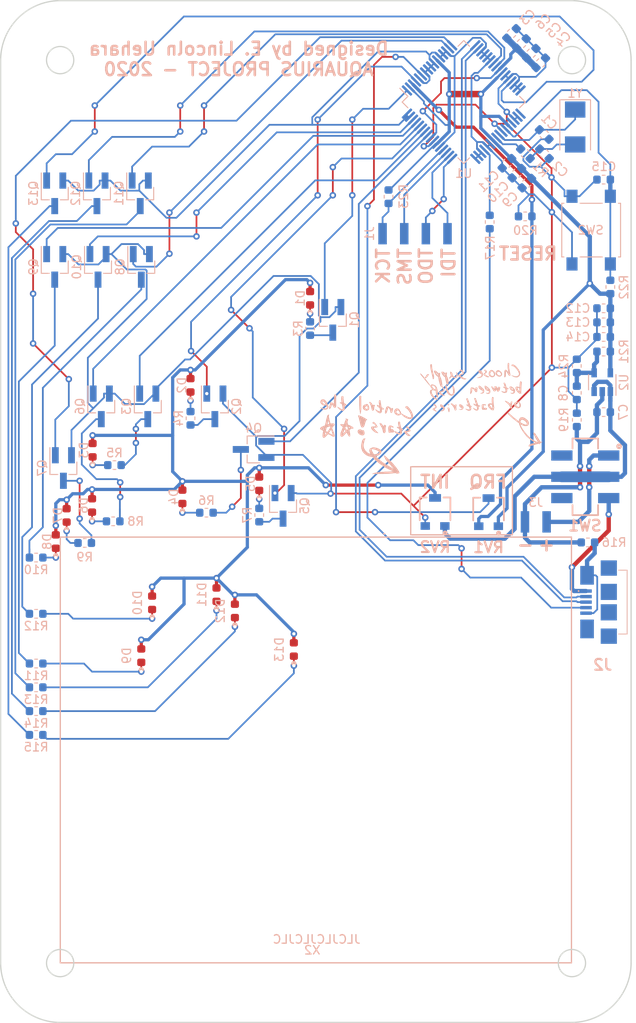
<source format=kicad_pcb>
(kicad_pcb (version 20171130) (host pcbnew "(5.1.12)-1")
  (title_block (title "Aquarius Project PCB") (date 2019-06-01) (rev 0.0.0) (comment 2 creativecommons.org/licenses/by/4.0/) (comment 3 "License: CC BY 4.0") (comment 4 "Author: Everton Lincoln Uehara"))
  (layers (0 F.Cu signal) (31 B.Cu signal) (34 B.Paste user hide) (35 F.Paste user hide) (36 B.SilkS user hide) (37 F.SilkS user hide) (38 B.Mask user hide) (39 F.Mask user hide) (44 Edge.Cuts user))
  (net 0 "")
  (net 1 "Net-(C1-Pad1)")
  (net 2 GNDD)
  (net 3 "Net-(C2-Pad1)")
  (net 4 "Net-(C3-Pad1)")
  (net 5 VBUS)
  (net 6 GNDPWR)
  (net 7 "Net-(C8-Pad1)")
  (net 8 +3V3)
  (net 9 /Inputs/RST)
  (net 10 "Net-(D1-Pad1)")
  (net 11 /Inputs/LED_PWR)
  (net 12 "Net-(D2-Pad1)")
  (net 13 "Net-(D3-Pad1)")
  (net 14 "Net-(D4-Pad1)")
  (net 15 "Net-(D5-Pad1)")
  (net 16 "Net-(D6-Pad1)")
  (net 17 "Net-(D7-Pad1)")
  (net 18 "Net-(D8-Pad1)")
  (net 19 "Net-(D9-Pad1)")
  (net 20 "Net-(D10-Pad1)")
  (net 21 "Net-(D11-Pad1)")
  (net 22 "Net-(D12-Pad1)")
  (net 23 "Net-(D13-Pad1)")
  (net 24 /Inputs/TMS)
  (net 25 /Inputs/TDI)
  (net 26 /Inputs/TCK)
  (net 27 /Inputs/TDO)
  (net 28 /Inputs/USB_PWR)
  (net 29 "Net-(J2-Pad4)")
  (net 30 "Net-(J2-Pad5)")
  (net 31 "Net-(J3-Pad1)")
  (net 32 /Leds/Stars/LED0)
  (net 33 "Net-(Q1-Pad3)")
  (net 34 "Net-(Q2-Pad3)")
  (net 35 /Leds/Stars/LED1)
  (net 36 "Net-(Q3-Pad3)")
  (net 37 /Leds/Stars/LED2)
  (net 38 /Leds/Stars/LED3)
  (net 39 "Net-(Q4-Pad3)")
  (net 40 "Net-(Q5-Pad3)")
  (net 41 /Leds/Stars/LED4)
  (net 42 /Leds/Stars/LED5)
  (net 43 "Net-(Q6-Pad3)")
  (net 44 "Net-(Q7-Pad3)")
  (net 45 /Leds/Stars/LED6)
  (net 46 "Net-(Q8-Pad3)")
  (net 47 /Leds/Stars/LED7)
  (net 48 /Leds/Stars/LED8)
  (net 49 "Net-(Q9-Pad3)")
  (net 50 /Leds/Stars/LED9)
  (net 51 "Net-(Q10-Pad3)")
  (net 52 /Leds/Stars/LED10)
  (net 53 "Net-(Q11-Pad3)")
  (net 54 "Net-(Q12-Pad3)")
  (net 55 /Leds/Stars/LED11)
  (net 56 /Leds/Stars/LED12)
  (net 57 "Net-(Q13-Pad3)")
  (net 58 "Net-(R1-Pad1)")
  (net 59 /Inputs/PB0)
  (net 60 GNDA)
  (net 61 /Inputs/POT00)
  (net 62 /Inputs/D-)
  (net 63 /Inputs/D+)
  (module aquarius:choose_indication (layer B.Cu) (at 170.688 80.518 180)
    (fp_text reference X5 hide)
    (fp_text value choose_indication hide)
  )
  (module aquarius:control_indication (layer B.Cu) (at 157.0355 84.0105 180)
    (fp_text reference X6 hide)
    (fp_text value control_indication hide)
  )
  (module Package_QFP:LQFP-64_10x10mm_P0.5mm (layer B.Cu) (at 168.657 44.9319 315)
    (fp_text reference U1 (at 5.926447 5.928416) (layer B.SilkS) (effects (justify mirror)))
    (fp_text value TM4C1231C3PM)
    (pad 1 smd roundrect (at -5.675 3.75 315) (size 1.55 0.3) (layers B.Cu B.Paste B.Mask) (net 32 /Leds/Stars/LED0))
    (pad 2 smd roundrect (at -5.675 3.25 315) (size 1.55 0.3) (layers B.Cu B.Paste B.Mask) (net 8 +3V3))
    (pad 3 smd roundrect (at -5.675 2.75 315) (size 1.55 0.3) (layers B.Cu B.Paste B.Mask) (net 60 GNDA))
    (pad 4 smd roundrect (at -5.675 2.25 315) (size 1.55 0.3) (layers B.Cu B.Paste B.Mask) (net 35 /Leds/Stars/LED1))
    (pad 5 smd roundrect (at -5.675 1.75 315) (size 1.55 0.3) (layers B.Cu B.Paste B.Mask) (net 2 GNDD))
    (pad 6 smd roundrect (at -5.675 1.25 315) (size 1.55 0.3) (layers B.Cu B.Paste B.Mask) (net 61 /Inputs/POT00))
    (pad 7 smd roundrect (at -5.675 0.75 315) (size 1.55 0.3) (layers B.Cu B.Paste B.Mask) (net 2 GNDD))
    (pad 8 smd roundrect (at -5.675 0.25 315) (size 1.55 0.3) (layers B.Cu B.Paste B.Mask) (net 2 GNDD))
    (pad 9 smd roundrect (at -5.675 -0.25 315) (size 1.55 0.3) (layers B.Cu B.Paste B.Mask) (net 2 GNDD))
    (pad 10 smd roundrect (at -5.675 -0.75 315) (size 1.55 0.3) (layers B.Cu B.Paste B.Mask) (net 2 GNDD))
    (pad 11 smd roundrect (at -5.675 -1.25 315) (size 1.55 0.3) (layers B.Cu B.Paste B.Mask) (net 8 +3V3))
    (pad 12 smd roundrect (at -5.675 -1.75 315) (size 1.55 0.3) (layers B.Cu B.Paste B.Mask) (net 2 GNDD))
    (pad 13 smd roundrect (at -5.675 -2.25 315) (size 1.55 0.3) (layers B.Cu B.Paste B.Mask) (net 2 GNDD))
    (pad 14 smd roundrect (at -5.675 -2.75 315) (size 1.55 0.3) (layers B.Cu B.Paste B.Mask) (net 2 GNDD))
    (pad 15 smd roundrect (at -5.675 -3.25 315) (size 1.55 0.3) (layers B.Cu B.Paste B.Mask) (net 47 /Leds/Stars/LED7))
    (pad 16 smd roundrect (at -5.675 -3.75 315) (size 1.55 0.3) (layers B.Cu B.Paste B.Mask) (net 45 /Leds/Stars/LED6))
    (pad 17 smd roundrect (at -3.75 -5.675 315) (size 0.3 1.55) (layers B.Cu B.Paste B.Mask) (net 63 /Inputs/D+))
    (pad 18 smd roundrect (at -3.25 -5.675 315) (size 0.3 1.55) (layers B.Cu B.Paste B.Mask) (net 62 /Inputs/D-))
    (pad 19 smd roundrect (at -2.75 -5.675 315) (size 0.3 1.55) (layers B.Cu B.Paste B.Mask) (net 2 GNDD))
    (pad 20 smd roundrect (at -2.25 -5.675 315) (size 0.3 1.55) (layers B.Cu B.Paste B.Mask) (net 2 GNDD))
    (pad 21 smd roundrect (at -1.75 -5.675 315) (size 0.3 1.55) (layers B.Cu B.Paste B.Mask) (net 2 GNDD))
    (pad 22 smd roundrect (at -1.25 -5.675 315) (size 0.3 1.55) (layers B.Cu B.Paste B.Mask) (net 2 GNDD))
    (pad 23 smd roundrect (at -0.75 -5.675 315) (size 0.3 1.55) (layers B.Cu B.Paste B.Mask) (net 52 /Leds/Stars/LED10))
    (pad 24 smd roundrect (at -0.25 -5.675 315) (size 0.3 1.55) (layers B.Cu B.Paste B.Mask) (net 55 /Leds/Stars/LED11))
    (pad 25 smd roundrect (at 0.25 -5.675 315) (size 0.3 1.55) (layers B.Cu B.Paste B.Mask) (net 4 "Net-(C3-Pad1)"))
    (pad 26 smd roundrect (at 0.75 -5.675 315) (size 0.3 1.55) (layers B.Cu B.Paste B.Mask) (net 8 +3V3))
    (pad 27 smd roundrect (at 1.25 -5.675 315) (size 0.3 1.55) (layers B.Cu B.Paste B.Mask) (net 2 GNDD))
    (pad 28 smd roundrect (at 1.75 -5.675 315) (size 0.3 1.55) (layers B.Cu B.Paste B.Mask) (net 2 GNDD))
    (pad 29 smd roundrect (at 2.25 -5.675 315) (size 0.3 1.55) (layers B.Cu B.Paste B.Mask) (net 56 /Leds/Stars/LED12))
    (pad 30 smd roundrect (at 2.75 -5.675 315) (size 0.3 1.55) (layers B.Cu B.Paste B.Mask) (net 2 GNDD))
    (pad 31 smd roundrect (at 3.25 -5.675 315) (size 0.3 1.55) (layers B.Cu B.Paste B.Mask) (net 2 GNDD))
    (pad 32 smd roundrect (at 3.75 -5.675 315) (size 0.3 1.55) (layers B.Cu B.Paste B.Mask) (net 2 GNDD))
    (pad 33 smd roundrect (at 5.675 -3.75 315) (size 1.55 0.3) (layers B.Cu B.Paste B.Mask))
    (pad 34 smd roundrect (at 5.675 -3.25 315) (size 1.55 0.3) (layers B.Cu B.Paste B.Mask) (net 2 GNDD))
    (pad 35 smd roundrect (at 5.675 -2.75 315) (size 1.55 0.3) (layers B.Cu B.Paste B.Mask) (net 2 GNDD))
    (pad 36 smd roundrect (at 5.675 -2.25 315) (size 1.55 0.3) (layers B.Cu B.Paste B.Mask))
    (pad 37 smd roundrect (at 5.675 -1.75 315) (size 1.55 0.3) (layers B.Cu B.Paste B.Mask) (net 8 +3V3))
    (pad 38 smd roundrect (at 5.675 -1.25 315) (size 1.55 0.3) (layers B.Cu B.Paste B.Mask) (net 9 /Inputs/RST))
    (pad 39 smd roundrect (at 5.675 -0.75 315) (size 1.55 0.3) (layers B.Cu B.Paste B.Mask) (net 2 GNDD))
    (pad 40 smd roundrect (at 5.675 -0.25 315) (size 1.55 0.3) (layers B.Cu B.Paste B.Mask) (net 1 "Net-(C1-Pad1)"))
    (pad 41 smd roundrect (at 5.675 0.25 315) (size 1.55 0.3) (layers B.Cu B.Paste B.Mask) (net 58 "Net-(R1-Pad1)"))
    (pad 42 smd roundrect (at 5.675 0.75 315) (size 1.55 0.3) (layers B.Cu B.Paste B.Mask) (net 8 +3V3))
    (pad 43 smd roundrect (at 5.675 1.25 315) (size 1.55 0.3) (layers B.Cu B.Paste B.Mask) (net 2 GNDD))
    (pad 44 smd roundrect (at 5.675 1.75 315) (size 1.55 0.3) (layers B.Cu B.Paste B.Mask) (net 2 GNDD))
    (pad 45 smd roundrect (at 5.675 2.25 315) (size 1.55 0.3) (layers B.Cu B.Paste B.Mask) (net 59 /Inputs/PB0))
    (pad 46 smd roundrect (at 5.675 2.75 315) (size 1.55 0.3) (layers B.Cu B.Paste B.Mask) (net 2 GNDD))
    (pad 47 smd roundrect (at 5.675 3.25 315) (size 1.55 0.3) (layers B.Cu B.Paste B.Mask) (net 2 GNDD))
    (pad 48 smd roundrect (at 5.675 3.75 315) (size 1.55 0.3) (layers B.Cu B.Paste B.Mask) (net 2 GNDD))
    (pad 49 smd roundrect (at 3.75 5.675 315) (size 0.3 1.55) (layers B.Cu B.Paste B.Mask) (net 27 /Inputs/TDO))
    (pad 50 smd roundrect (at 3.25 5.675 315) (size 0.3 1.55) (layers B.Cu B.Paste B.Mask) (net 25 /Inputs/TDI))
    (pad 51 smd roundrect (at 2.75 5.675 315) (size 0.3 1.55) (layers B.Cu B.Paste B.Mask) (net 24 /Inputs/TMS))
    (pad 52 smd roundrect (at 2.25 5.675 315) (size 0.3 1.55) (layers B.Cu B.Paste B.Mask) (net 26 /Inputs/TCK))
    (pad 53 smd roundrect (at 1.75 5.675 315) (size 0.3 1.55) (layers B.Cu B.Paste B.Mask) (net 2 GNDD))
    (pad 54 smd roundrect (at 1.25 5.675 315) (size 0.3 1.55) (layers B.Cu B.Paste B.Mask) (net 8 +3V3))
    (pad 55 smd roundrect (at 0.75 5.675 315) (size 0.3 1.55) (layers B.Cu B.Paste B.Mask) (net 2 GNDD))
    (pad 56 smd roundrect (at 0.25 5.675 315) (size 0.3 1.55) (layers B.Cu B.Paste B.Mask) (net 4 "Net-(C3-Pad1)"))
    (pad 57 smd roundrect (at -0.25 5.675 315) (size 0.3 1.55) (layers B.Cu B.Paste B.Mask) (net 38 /Leds/Stars/LED3))
    (pad 58 smd roundrect (at -0.75 5.675 315) (size 0.3 1.55) (layers B.Cu B.Paste B.Mask) (net 37 /Leds/Stars/LED2))
    (pad 59 smd roundrect (at -1.25 5.675 315) (size 0.3 1.55) (layers B.Cu B.Paste B.Mask) (net 41 /Leds/Stars/LED4))
    (pad 60 smd roundrect (at -1.75 5.675 315) (size 0.3 1.55) (layers B.Cu B.Paste B.Mask) (net 42 /Leds/Stars/LED5))
    (pad 61 smd roundrect (at -2.25 5.675 315) (size 0.3 1.55) (layers B.Cu B.Paste B.Mask) (net 48 /Leds/Stars/LED8))
    (pad 62 smd roundrect (at -2.75 5.675 315) (size 0.3 1.55) (layers B.Cu B.Paste B.Mask) (net 50 /Leds/Stars/LED9))
    (pad 63 smd roundrect (at -3.25 5.675 315) (size 0.3 1.55) (layers B.Cu B.Paste B.Mask) (net 2 GNDD))
    (pad 64 smd roundrect (at -3.75 5.675 315) (size 0.3 1.55) (layers B.Cu B.Paste B.Mask) (net 2 GNDD))
  )
  (module aquarius:LED_STAR_0603 (layer F.Cu) (at 130.81 109.944 90)
    (fp_text reference D9 (at 0 -1.7145 90) (layer B.SilkS) (effects (justify mirror)))
    (fp_text value LED)
    (pad 1 smd roundrect (at -0.7875 0 90) (size 0.875 0.95) (layers F.Cu F.Paste F.Mask) (net 19 "Net-(D9-Pad1)"))
    (pad 2 smd roundrect (at 0.7875 0 90) (size 0.875 0.95) (layers F.Cu F.Paste F.Mask) (net 11 /Inputs/LED_PWR))
  )
  (module aquarius:LED_STAR_0603 (layer F.Cu) (at 132.08 103.734 90)
    (fp_text reference D10 (at 0 -1.7145 90) (layer B.SilkS) (effects (justify mirror)))
    (fp_text value LED)
    (pad 1 smd roundrect (at -0.7875 0 90) (size 0.875 0.95) (layers F.Cu F.Paste F.Mask) (net 20 "Net-(D10-Pad1)"))
    (pad 2 smd roundrect (at 0.7875 0 90) (size 0.875 0.95) (layers F.Cu F.Paste F.Mask) (net 11 /Inputs/LED_PWR))
  )
  (module aquarius:LED_STAR_0603 (layer F.Cu) (at 139.636 102.781 90)
    (fp_text reference D11 (at 0 -1.7145 90) (layer B.SilkS) (effects (justify mirror)))
    (fp_text value LED)
    (pad 1 smd roundrect (at -0.7875 0 90) (size 0.875 0.95) (layers F.Cu F.Paste F.Mask) (net 21 "Net-(D11-Pad1)"))
    (pad 2 smd roundrect (at 0.7875 0 90) (size 0.875 0.95) (layers F.Cu F.Paste F.Mask) (net 11 /Inputs/LED_PWR))
  )
  (module aquarius:LED_STAR_0603 (layer F.Cu) (at 141.796 104.686 90)
    (fp_text reference D12 (at 0 -1.7145 90) (layer B.SilkS) (effects (justify mirror)))
    (fp_text value LED)
    (pad 1 smd roundrect (at -0.7875 0 90) (size 0.875 0.95) (layers F.Cu F.Paste F.Mask) (net 22 "Net-(D12-Pad1)"))
    (pad 2 smd roundrect (at 0.7875 0 90) (size 0.875 0.95) (layers F.Cu F.Paste F.Mask) (net 11 /Inputs/LED_PWR))
  )
  (module aquarius:LED_STAR_0603 (layer F.Cu) (at 148.717 109.22 90)
    (fp_text reference D13 (at 0 -1.7145 90) (layer B.SilkS) (effects (justify mirror)))
    (fp_text value LED)
    (pad 1 smd roundrect (at -0.7875 0 90) (size 0.875 0.95) (layers F.Cu F.Paste F.Mask) (net 23 "Net-(D13-Pad1)"))
    (pad 2 smd roundrect (at 0.7875 0 90) (size 0.875 0.95) (layers F.Cu F.Paste F.Mask) (net 11 /Inputs/LED_PWR))
  )
  (module aquarius:LED_STAR_0603 (layer F.Cu) (at 120.777 96.5455 90)
    (fp_text reference D8 (at 0 -1.016 90) (layer B.SilkS) (effects (justify mirror)))
    (fp_text value LED)
    (pad 1 smd roundrect (at -0.7875 0 90) (size 0.875 0.95) (layers F.Cu F.Paste F.Mask) (net 18 "Net-(D8-Pad1)"))
    (pad 2 smd roundrect (at 0.7875 0 90) (size 0.875 0.95) (layers F.Cu F.Paste F.Mask) (net 11 /Inputs/LED_PWR))
  )
  (module aquarius:LED_STAR_0603 (layer F.Cu) (at 122.047 93.472 90)
    (fp_text reference D7 (at 0 -1.016 90) (layer B.SilkS) (effects (justify mirror)))
    (fp_text value LED)
    (pad 1 smd roundrect (at -0.7875 0 90) (size 0.875 0.95) (layers F.Cu F.Paste F.Mask) (net 17 "Net-(D7-Pad1)"))
    (pad 2 smd roundrect (at 0.7875 0 90) (size 0.875 0.95) (layers F.Cu F.Paste F.Mask) (net 11 /Inputs/LED_PWR))
  )
  (module aquarius:LED_STAR_0603 (layer F.Cu) (at 125.032 92.3035 90)
    (fp_text reference D6 (at 0 -1.016 90) (layer B.SilkS) (effects (justify mirror)))
    (fp_text value LED)
    (pad 1 smd roundrect (at -0.7875 0 90) (size 0.875 0.95) (layers F.Cu F.Paste F.Mask) (net 16 "Net-(D6-Pad1)"))
    (pad 2 smd roundrect (at 0.7875 0 90) (size 0.875 0.95) (layers F.Cu F.Paste F.Mask) (net 11 /Inputs/LED_PWR))
  )
  (module aquarius:LED_STAR_0603 (layer F.Cu) (at 144.653 89.751 90)
    (fp_text reference D5 (at 0 -1.016 90) (layer B.SilkS) (effects (justify mirror)))
    (fp_text value LED)
    (pad 1 smd roundrect (at -0.7875 0 90) (size 0.875 0.95) (layers F.Cu F.Paste F.Mask) (net 15 "Net-(D5-Pad1)"))
    (pad 2 smd roundrect (at 0.7875 0 90) (size 0.875 0.95) (layers F.Cu F.Paste F.Mask) (net 11 /Inputs/LED_PWR))
  )
  (module aquarius:LED_STAR_0603 (layer F.Cu) (at 135.636 91.2875 90)
    (fp_text reference D4 (at 0 -1.016 90) (layer B.SilkS) (effects (justify mirror)))
    (fp_text value LED)
    (pad 1 smd roundrect (at -0.7875 0 90) (size 0.875 0.95) (layers F.Cu F.Paste F.Mask) (net 14 "Net-(D4-Pad1)"))
    (pad 2 smd roundrect (at 0.7875 0 90) (size 0.875 0.95) (layers F.Cu F.Paste F.Mask) (net 11 /Inputs/LED_PWR))
  )
  (module aquarius:LED_STAR_0603 (layer F.Cu) (at 125.095 85.814 90)
    (fp_text reference D3 (at 0 -1.016 90) (layer B.SilkS) (effects (justify mirror)))
    (fp_text value LED)
    (pad 1 smd roundrect (at -0.7875 0 90) (size 0.875 0.95) (layers F.Cu F.Paste F.Mask) (net 13 "Net-(D3-Pad1)"))
    (pad 2 smd roundrect (at 0.7875 0 90) (size 0.875 0.95) (layers F.Cu F.Paste F.Mask) (net 11 /Inputs/LED_PWR))
  )
  (module aquarius:LED_STAR_0603 (layer F.Cu) (at 136.588 78.194 90)
    (fp_text reference D2 (at 0 -1.016 90) (layer B.SilkS) (effects (justify mirror)))
    (fp_text value LED)
    (pad 1 smd roundrect (at -0.7875 0 90) (size 0.875 0.95) (layers F.Cu F.Paste F.Mask) (net 12 "Net-(D2-Pad1)"))
    (pad 2 smd roundrect (at 0.7875 0 90) (size 0.875 0.95) (layers F.Cu F.Paste F.Mask) (net 11 /Inputs/LED_PWR))
  )
  (module aquarius:LED_STAR_0603 (layer F.Cu) (at 150.622 67.9705 90)
    (fp_text reference D1 (at 0 -1.143 90) (layer B.SilkS) (effects (justify mirror)))
    (fp_text value LED)
    (pad 1 smd roundrect (at -0.7875 0 90) (size 0.875 0.95) (layers F.Cu F.Paste F.Mask) (net 10 "Net-(D1-Pad1)"))
    (pad 2 smd roundrect (at 0.7875 0 90) (size 0.875 0.95) (layers F.Cu F.Paste F.Mask) (net 11 /Inputs/LED_PWR))
  )
  (module aquarius:PinHeader_1x04_P2.54mm_SMD (layer B.Cu) (at 162.941 60.3885 270)
    (fp_text reference J1 (at 0 5.334 90) (layer B.SilkS) (effects (justify mirror)))
    (fp_text value Conn_01x04)
    (pad 3 smd rect (at 0 -1.27 270) (size 2.51 1) (layers B.Cu B.Paste B.Mask) (net 27 /Inputs/TDO))
    (pad 1 smd rect (at 0 3.81 270) (size 2.51 1) (layers B.Cu B.Paste B.Mask) (net 26 /Inputs/TCK))
    (pad 4 smd rect (at 0 -3.81 270) (size 2.51 1) (layers B.Cu B.Paste B.Mask) (net 25 /Inputs/TDI))
    (pad 2 smd rect (at 0 1.27 270) (size 2.51 1) (layers B.Cu B.Paste B.Mask) (net 24 /Inputs/TMS))
  )
  (module Capacitor_SMD:C_0603_1608Metric (layer B.Cu) (at 178.103 48.7406 315)
    (fp_text reference C1 (at -0.643816 -1.472762 315) (layer B.SilkS) (effects (justify mirror)))
    (fp_text value 10pF)
    (pad 1 smd roundrect (at -0.7875 0 315) (size 0.875 0.95) (layers B.Cu B.Paste B.Mask) (net 1 "Net-(C1-Pad1)"))
    (pad 2 smd roundrect (at 0.7875 0 315) (size 0.875 0.95) (layers B.Cu B.Paste B.Mask) (net 2 GNDD))
  )
  (module Capacitor_SMD:C_0603_1608Metric (layer B.Cu) (at 178.128 51.0012 315)
    (fp_text reference C2 (at 2.589076 0 315) (layer B.SilkS) (effects (justify mirror)))
    (fp_text value 10pF)
    (pad 2 smd roundrect (at 0.7875 0 315) (size 0.875 0.95) (layers B.Cu B.Paste B.Mask) (net 2 GNDD))
    (pad 1 smd roundrect (at -0.7875 0 315) (size 0.875 0.95) (layers B.Cu B.Paste B.Mask) (net 3 "Net-(C2-Pad1)"))
  )
  (module Capacitor_SMD:C_0603_1608Metric (layer B.Cu) (at 174.267 36.8701 45)
    (fp_text reference C3 (at 2.6925 0 45) (layer B.SilkS) (effects (justify mirror)))
    (fp_text value 2.2uF)
    (pad 2 smd roundrect (at 0.7875 0 45) (size 0.875 0.95) (layers B.Cu B.Paste B.Mask) (net 2 GNDD))
    (pad 1 smd roundrect (at -0.7875 0 45) (size 0.875 0.95) (layers B.Cu B.Paste B.Mask) (net 4 "Net-(C3-Pad1)"))
  )
  (module Capacitor_SMD:C_0603_1608Metric (layer B.Cu) (at 177.696 40.3245 45)
    (fp_text reference C4 (at 3.828351 -0.089803 45) (layer B.SilkS) (effects (justify mirror)))
    (fp_text value 1.0uF)
    (pad 1 smd roundrect (at -0.7875 0 45) (size 0.875 0.95) (layers B.Cu B.Paste B.Mask) (net 4 "Net-(C3-Pad1)"))
    (pad 2 smd roundrect (at 0.7875 0 45) (size 0.875 0.95) (layers B.Cu B.Paste B.Mask) (net 2 GNDD))
  )
  (module Capacitor_SMD:C_0603_1608Metric (layer B.Cu) (at 176.579 39.1942 45)
    (fp_text reference C5 (at 3.80141 -0.026941 45) (layer B.SilkS) (effects (justify mirror)))
    (fp_text value 0.1uF)
    (pad 2 smd roundrect (at 0.7875 0 45) (size 0.875 0.95) (layers B.Cu B.Paste B.Mask) (net 2 GNDD))
    (pad 1 smd roundrect (at -0.7875 0 45) (size 0.875 0.95) (layers B.Cu B.Paste B.Mask) (net 4 "Net-(C3-Pad1)"))
  )
  (module Capacitor_SMD:C_0603_1608Metric (layer B.Cu) (at 175.436 38.0512 45)
    (fp_text reference C6 (at 3.639766 -0.00898 45) (layer B.SilkS) (effects (justify mirror)))
    (fp_text value 0.1uF)
    (pad 1 smd roundrect (at -0.7875 0 45) (size 0.875 0.95) (layers B.Cu B.Paste B.Mask) (net 4 "Net-(C3-Pad1)"))
    (pad 2 smd roundrect (at 0.7875 0 45) (size 0.875 0.95) (layers B.Cu B.Paste B.Mask) (net 2 GNDD))
  )
  (module Capacitor_SMD:C_0603_1608Metric (layer B.Cu) (at 185.077 81.3435 180)
    (fp_text reference C7 (at -2.3115 0 270) (layer B.SilkS) (effects (justify mirror)))
    (fp_text value 1.0uF)
    (pad 1 smd roundrect (at -0.7875 0 180) (size 0.875 0.95) (layers B.Cu B.Paste B.Mask) (net 5 VBUS))
    (pad 2 smd roundrect (at 0.7875 0 180) (size 0.875 0.95) (layers B.Cu B.Paste B.Mask) (net 6 GNDPWR))
  )
  (module Capacitor_SMD:C_0603_1608Metric (layer B.Cu) (at 181.928 79.083 270)
    (fp_text reference C8 (at 0.0255 1.5875 90) (layer B.SilkS) (effects (justify mirror)))
    (fp_text value 0.01uF)
    (pad 1 smd roundrect (at -0.7875 0 270) (size 0.875 0.95) (layers B.Cu B.Paste B.Mask) (net 7 "Net-(C8-Pad1)"))
    (pad 2 smd roundrect (at 0.7875 0 270) (size 0.875 0.95) (layers B.Cu B.Paste B.Mask) (net 2 GNDD))
  )
  (module Capacitor_SMD:C_0603_1608Metric (layer B.Cu) (at 176.061 54.4523 225)
    (fp_text reference C9 (at 2.743041 0.005511 45) (layer B.SilkS) (effects (justify mirror)))
    (fp_text value 0.01uF)
    (pad 2 smd roundrect (at 0.7875 0 225) (size 0.875 0.95) (layers B.Cu B.Paste B.Mask) (net 2 GNDD))
    (pad 1 smd roundrect (at -0.7875 0 225) (size 0.875 0.95) (layers B.Cu B.Paste B.Mask) (net 8 +3V3))
  )
  (module Capacitor_SMD:C_0603_1608Metric (layer B.Cu) (at 174.893 53.2848 225)
    (fp_text reference C10 (at 3.102251 -0.029042 45) (layer B.SilkS) (effects (justify mirror)))
    (fp_text value 0.1uF)
    (pad 2 smd roundrect (at 0.7875 0 225) (size 0.875 0.95) (layers B.Cu B.Paste B.Mask) (net 2 GNDD))
    (pad 1 smd roundrect (at -0.7875 0 225) (size 0.875 0.95) (layers B.Cu B.Paste B.Mask) (net 8 +3V3))
  )
  (module Capacitor_SMD:C_0603_1608Metric (layer B.Cu) (at 173.726 52.1174 225)
    (fp_text reference C11 (at 3.012448 0.026206 45) (layer B.SilkS) (effects (justify mirror)))
    (fp_text value 0.01uF)
    (pad 1 smd roundrect (at -0.7875 0 225) (size 0.875 0.95) (layers B.Cu B.Paste B.Mask) (net 8 +3V3))
    (pad 2 smd roundrect (at 0.7875 0 225) (size 0.875 0.95) (layers B.Cu B.Paste B.Mask) (net 2 GNDD))
  )
  (module Capacitor_SMD:C_0603_1608Metric (layer B.Cu) (at 185.077 69.1515 180)
    (fp_text reference C12 (at 3.0225 0) (layer B.SilkS) (effects (justify mirror)))
    (fp_text value 0.1uF)
    (pad 2 smd roundrect (at 0.7875 0 180) (size 0.875 0.95) (layers B.Cu B.Paste B.Mask) (net 2 GNDD))
    (pad 1 smd roundrect (at -0.7875 0 180) (size 0.875 0.95) (layers B.Cu B.Paste B.Mask) (net 8 +3V3))
  )
  (module Capacitor_SMD:C_0603_1608Metric (layer B.Cu) (at 185.077 70.8025 180)
    (fp_text reference C13 (at 3.0225 0) (layer B.SilkS) (effects (justify mirror)))
    (fp_text value 0.01uF)
    (pad 1 smd roundrect (at -0.7875 0 180) (size 0.875 0.95) (layers B.Cu B.Paste B.Mask) (net 8 +3V3))
    (pad 2 smd roundrect (at 0.7875 0 180) (size 0.875 0.95) (layers B.Cu B.Paste B.Mask) (net 2 GNDD))
  )
  (module Capacitor_SMD:C_0603_1608Metric (layer B.Cu) (at 185.077 72.517 180)
    (fp_text reference C14 (at 3.0225 0) (layer B.SilkS) (effects (justify mirror)))
    (fp_text value 1.0uF)
    (pad 2 smd roundrect (at 0.7875 0 180) (size 0.875 0.95) (layers B.Cu B.Paste B.Mask) (net 2 GNDD))
    (pad 1 smd roundrect (at -0.7875 0 180) (size 0.875 0.95) (layers B.Cu B.Paste B.Mask) (net 8 +3V3))
  )
  (module Capacitor_SMD:C_0603_1608Metric (layer B.Cu) (at 185.077 54.0385 180)
    (fp_text reference C15 (at -0.0255 1.524) (layer B.SilkS) (effects (justify mirror)))
    (fp_text value 0.1uF)
    (pad 1 smd roundrect (at -0.7875 0 180) (size 0.875 0.95) (layers B.Cu B.Paste B.Mask) (net 9 /Inputs/RST))
    (pad 2 smd roundrect (at 0.7875 0 180) (size 0.875 0.95) (layers B.Cu B.Paste B.Mask) (net 2 GNDD))
  )
  (module aquarius:ZX62B5PA33 (layer B.Cu) (at 184.959 103.657 270)
    (fp_text reference J2 (at 7.366 0 180) (layer B.SilkS) (effects (font (size 1.27 1.27) (thickness 0.254)) (justify mirror)))
    (fp_text value USB_B_Micro hide)
    (pad 1 smd rect (at -1.3 1.95 270) (size 0.4 1.35) (layers B.Cu B.Paste B.Mask) (net 28 /Inputs/USB_PWR))
    (pad 2 smd rect (at -0.65 1.95 270) (size 0.4 1.35) (layers B.Cu B.Paste B.Mask) (net 62 /Inputs/D-))
    (pad 3 smd rect (at 0 1.95 270) (size 0.4 1.35) (layers B.Cu B.Paste B.Mask) (net 63 /Inputs/D+))
    (pad 4 smd rect (at 0.65 1.95 270) (size 0.4 1.35) (layers B.Cu B.Paste B.Mask) (net 29 "Net-(J2-Pad4)"))
    (pad 5 smd rect (at 1.3 1.95 270) (size 0.4 1.35) (layers B.Cu B.Paste B.Mask) (net 30 "Net-(J2-Pad5)"))
    (pad 6 smd rect (at -3.15 1.825 180) (size 1.6 2.2) (layers B.Cu B.Paste B.Mask) (net 30 "Net-(J2-Pad5)"))
    (pad 7 smd rect (at 3.15 1.825 180) (size 1.6 2.2) (layers B.Cu B.Paste B.Mask))
    (pad 8 smd rect (at -4 -0.725 270) (size 1.8 1.9) (layers B.Cu B.Paste B.Mask))
    (pad 9 smd rect (at -1.2 -0.725 270) (size 1.9 1.9) (layers B.Cu B.Paste B.Mask))
    (pad 10 smd rect (at 1.2 -0.725 270) (size 1.9 1.9) (layers B.Cu B.Paste B.Mask))
    (pad 11 smd rect (at 4 -0.725 270) (size 1.8 1.9) (layers B.Cu B.Paste B.Mask))
  )
  (module aquarius:PinHeader_1x02_P2.54mm_SMD (layer B.Cu) (at 177.114 94.234 90)
    (fp_text reference J3 (at 2.286 0 180) (layer B.SilkS) (effects (justify mirror)))
    (fp_text value Conn_01x02)
    (pad 1 smd rect (at 0 1.27 90) (size 2.51 1) (layers B.Cu B.Paste B.Mask) (net 31 "Net-(J3-Pad1)"))
    (pad 2 smd rect (at 0 -1.27 90) (size 2.51 1) (layers B.Cu B.Paste B.Mask) (net 6 GNDPWR))
  )
  (module Package_TO_SOT_SMD:SOT-23_Handsoldering (layer B.Cu) (at 153.289 70.509 270)
    (fp_text reference Q1 (at 0 -2.54 270) (layer B.SilkS) (effects (justify mirror)))
    (fp_text value DTC114E)
    (pad 1 smd rect (at -1.5 0.95 270) (size 1.9 0.8) (layers B.Cu B.Paste B.Mask) (net 32 /Leds/Stars/LED0))
    (pad 2 smd rect (at -1.5 -0.95 270) (size 1.9 0.8) (layers B.Cu B.Paste B.Mask) (net 2 GNDD))
    (pad 3 smd rect (at 1.5 0 270) (size 1.9 0.8) (layers B.Cu B.Paste B.Mask) (net 33 "Net-(Q1-Pad3)"))
  )
  (module Package_TO_SOT_SMD:SOT-23_Handsoldering (layer B.Cu) (at 139.446 80.669 270)
    (fp_text reference Q2 (at 0 -2.54 270) (layer B.SilkS) (effects (justify mirror)))
    (fp_text value DTC114E)
    (pad 3 smd rect (at 1.5 0 270) (size 1.9 0.8) (layers B.Cu B.Paste B.Mask) (net 34 "Net-(Q2-Pad3)"))
    (pad 2 smd rect (at -1.5 -0.95 270) (size 1.9 0.8) (layers B.Cu B.Paste B.Mask) (net 2 GNDD))
    (pad 1 smd rect (at -1.5 0.95 270) (size 1.9 0.8) (layers B.Cu B.Paste B.Mask) (net 35 /Leds/Stars/LED1))
  )
  (module Package_TO_SOT_SMD:SOT-23_Handsoldering (layer B.Cu) (at 131.572 80.669 270)
    (fp_text reference Q3 (at 0 2.5 90) (layer B.SilkS) (effects (justify mirror)))
    (fp_text value DTC114E)
    (pad 3 smd rect (at 1.5 0 270) (size 1.9 0.8) (layers B.Cu B.Paste B.Mask) (net 36 "Net-(Q3-Pad3)"))
    (pad 2 smd rect (at -1.5 -0.95 270) (size 1.9 0.8) (layers B.Cu B.Paste B.Mask) (net 2 GNDD))
    (pad 1 smd rect (at -1.5 0.95 270) (size 1.9 0.8) (layers B.Cu B.Paste B.Mask) (net 37 /Leds/Stars/LED2))
  )
  (module Package_TO_SOT_SMD:SOT-23_Handsoldering (layer B.Cu) (at 143.994 85.725 180)
    (fp_text reference Q4 (at 0 2.5) (layer B.SilkS) (effects (justify mirror)))
    (fp_text value DTC114E)
    (pad 1 smd rect (at -1.5 0.95 180) (size 1.9 0.8) (layers B.Cu B.Paste B.Mask) (net 38 /Leds/Stars/LED3))
    (pad 2 smd rect (at -1.5 -0.95 180) (size 1.9 0.8) (layers B.Cu B.Paste B.Mask) (net 2 GNDD))
    (pad 3 smd rect (at 1.5 0 180) (size 1.9 0.8) (layers B.Cu B.Paste B.Mask) (net 39 "Net-(Q4-Pad3)"))
  )
  (module Package_TO_SOT_SMD:SOT-23_Handsoldering (layer B.Cu) (at 147.447 92.353 270)
    (fp_text reference Q5 (at 0 -2.54 90) (layer B.SilkS) (effects (justify mirror)))
    (fp_text value DTC114E)
    (pad 3 smd rect (at 1.5 0 270) (size 1.9 0.8) (layers B.Cu B.Paste B.Mask) (net 40 "Net-(Q5-Pad3)"))
    (pad 2 smd rect (at -1.5 -0.95 270) (size 1.9 0.8) (layers B.Cu B.Paste B.Mask) (net 2 GNDD))
    (pad 1 smd rect (at -1.5 0.95 270) (size 1.9 0.8) (layers B.Cu B.Paste B.Mask) (net 41 /Leds/Stars/LED4))
  )
  (module Package_TO_SOT_SMD:SOT-23_Handsoldering (layer B.Cu) (at 126.111 80.669 270)
    (fp_text reference Q6 (at 0 2.5 90) (layer B.SilkS) (effects (justify mirror)))
    (fp_text value DTC114E)
    (pad 1 smd rect (at -1.5 0.95 270) (size 1.9 0.8) (layers B.Cu B.Paste B.Mask) (net 42 /Leds/Stars/LED5))
    (pad 2 smd rect (at -1.5 -0.95 270) (size 1.9 0.8) (layers B.Cu B.Paste B.Mask) (net 2 GNDD))
    (pad 3 smd rect (at 1.5 0 270) (size 1.9 0.8) (layers B.Cu B.Paste B.Mask) (net 43 "Net-(Q6-Pad3)"))
  )
  (module Package_TO_SOT_SMD:SOT-23_Handsoldering (layer B.Cu) (at 121.666 87.908 270)
    (fp_text reference Q7 (at 0 2.5 90) (layer B.SilkS) (effects (justify mirror)))
    (fp_text value DTC114E)
    (pad 3 smd rect (at 1.5 0 270) (size 1.9 0.8) (layers B.Cu B.Paste B.Mask) (net 44 "Net-(Q7-Pad3)"))
    (pad 2 smd rect (at -1.5 -0.95 270) (size 1.9 0.8) (layers B.Cu B.Paste B.Mask) (net 2 GNDD))
    (pad 1 smd rect (at -1.5 0.95 270) (size 1.9 0.8) (layers B.Cu B.Paste B.Mask) (net 45 /Leds/Stars/LED6))
  )
  (module Package_TO_SOT_SMD:SOT-23_Handsoldering (layer B.Cu) (at 130.81 64.286 270)
    (fp_text reference Q8 (at 0 2.5 90) (layer B.SilkS) (effects (justify mirror)))
    (fp_text value DTC114E)
    (pad 3 smd rect (at 1.5 0 270) (size 1.9 0.8) (layers B.Cu B.Paste B.Mask) (net 46 "Net-(Q8-Pad3)"))
    (pad 2 smd rect (at -1.5 -0.95 270) (size 1.9 0.8) (layers B.Cu B.Paste B.Mask) (net 2 GNDD))
    (pad 1 smd rect (at -1.5 0.95 270) (size 1.9 0.8) (layers B.Cu B.Paste B.Mask) (net 47 /Leds/Stars/LED7))
  )
  (module Package_TO_SOT_SMD:SOT-23_Handsoldering (layer B.Cu) (at 120.65 64.286 270)
    (fp_text reference Q9 (at 0 2.5 90) (layer B.SilkS) (effects (justify mirror)))
    (fp_text value DTC114E)
    (pad 1 smd rect (at -1.5 0.95 270) (size 1.9 0.8) (layers B.Cu B.Paste B.Mask) (net 48 /Leds/Stars/LED8))
    (pad 2 smd rect (at -1.5 -0.95 270) (size 1.9 0.8) (layers B.Cu B.Paste B.Mask) (net 2 GNDD))
    (pad 3 smd rect (at 1.5 0 270) (size 1.9 0.8) (layers B.Cu B.Paste B.Mask) (net 49 "Net-(Q9-Pad3)"))
  )
  (module Package_TO_SOT_SMD:SOT-23_Handsoldering (layer B.Cu) (at 125.73 64.286 270)
    (fp_text reference Q10 (at 0 2.5 90) (layer B.SilkS) (effects (justify mirror)))
    (fp_text value DTC114E)
    (pad 1 smd rect (at -1.5 0.95 270) (size 1.9 0.8) (layers B.Cu B.Paste B.Mask) (net 50 /Leds/Stars/LED9))
    (pad 2 smd rect (at -1.5 -0.95 270) (size 1.9 0.8) (layers B.Cu B.Paste B.Mask) (net 2 GNDD))
    (pad 3 smd rect (at 1.5 0 270) (size 1.9 0.8) (layers B.Cu B.Paste B.Mask) (net 51 "Net-(Q10-Pad3)"))
  )
  (module Package_TO_SOT_SMD:SOT-23_Handsoldering (layer B.Cu) (at 130.683 55.65 270)
    (fp_text reference Q11 (at 0 2.5 90) (layer B.SilkS) (effects (justify mirror)))
    (fp_text value DTC114E)
    (pad 1 smd rect (at -1.5 0.95 270) (size 1.9 0.8) (layers B.Cu B.Paste B.Mask) (net 52 /Leds/Stars/LED10))
    (pad 2 smd rect (at -1.5 -0.95 270) (size 1.9 0.8) (layers B.Cu B.Paste B.Mask) (net 2 GNDD))
    (pad 3 smd rect (at 1.5 0 270) (size 1.9 0.8) (layers B.Cu B.Paste B.Mask) (net 53 "Net-(Q11-Pad3)"))
  )
  (module Package_TO_SOT_SMD:SOT-23_Handsoldering (layer B.Cu) (at 125.603 55.65 270)
    (fp_text reference Q12 (at 0 2.5 90) (layer B.SilkS) (effects (justify mirror)))
    (fp_text value DTC114E)
    (pad 3 smd rect (at 1.5 0 270) (size 1.9 0.8) (layers B.Cu B.Paste B.Mask) (net 54 "Net-(Q12-Pad3)"))
    (pad 2 smd rect (at -1.5 -0.95 270) (size 1.9 0.8) (layers B.Cu B.Paste B.Mask) (net 2 GNDD))
    (pad 1 smd rect (at -1.5 0.95 270) (size 1.9 0.8) (layers B.Cu B.Paste B.Mask) (net 55 /Leds/Stars/LED11))
  )
  (module Package_TO_SOT_SMD:SOT-23_Handsoldering (layer B.Cu) (at 120.65 55.65 270)
    (fp_text reference Q13 (at 0 2.5 90) (layer B.SilkS) (effects (justify mirror)))
    (fp_text value DTC114E)
    (pad 1 smd rect (at -1.5 0.95 270) (size 1.9 0.8) (layers B.Cu B.Paste B.Mask) (net 56 /Leds/Stars/LED12))
    (pad 2 smd rect (at -1.5 -0.95 270) (size 1.9 0.8) (layers B.Cu B.Paste B.Mask) (net 2 GNDD))
    (pad 3 smd rect (at 1.5 0 270) (size 1.9 0.8) (layers B.Cu B.Paste B.Mask) (net 57 "Net-(Q13-Pad3)"))
  )
  (module Resistor_SMD:R_0603_1608Metric (layer B.Cu) (at 175.895 51.0032 315)
    (fp_text reference R1 (at 2.550393 0.035921 135) (layer B.SilkS) (effects (justify mirror)))
    (fp_text value 0)
    (pad 1 smd roundrect (at -0.7875 0 315) (size 0.875 0.95) (layers B.Cu B.Paste B.Mask) (net 58 "Net-(R1-Pad1)"))
    (pad 2 smd roundrect (at 0.7875 0 315) (size 0.875 0.95) (layers B.Cu B.Paste B.Mask) (net 3 "Net-(C2-Pad1)"))
  )
  (module Resistor_SMD:R_0603_1608Metric (layer B.Cu) (at 150.622 71.5265 90)
    (fp_text reference R3 (at 0 -1.397 90) (layer B.SilkS) (effects (justify mirror)))
    (fp_text value R100)
    (pad 2 smd roundrect (at 0.7875 0 90) (size 0.875 0.95) (layers B.Cu B.Paste B.Mask) (net 10 "Net-(D1-Pad1)"))
    (pad 1 smd roundrect (at -0.7875 0 90) (size 0.875 0.95) (layers B.Cu B.Paste B.Mask) (net 33 "Net-(Q1-Pad3)"))
  )
  (module Resistor_SMD:R_0603_1608Metric (layer B.Cu) (at 136.588 82.0675 90)
    (fp_text reference R4 (at 0 -1.397 90) (layer B.SilkS) (effects (justify mirror)))
    (fp_text value R100)
    (pad 2 smd roundrect (at 0.7875 0 90) (size 0.875 0.95) (layers B.Cu B.Paste B.Mask) (net 12 "Net-(D2-Pad1)"))
    (pad 1 smd roundrect (at -0.7875 0 90) (size 0.875 0.95) (layers B.Cu B.Paste B.Mask) (net 34 "Net-(Q2-Pad3)"))
  )
  (module Resistor_SMD:R_0603_1608Metric (layer B.Cu) (at 127.66 87.5665 180)
    (fp_text reference R5 (at 0 1.43 180) (layer B.SilkS) (effects (justify mirror)))
    (fp_text value R100)
    (pad 1 smd roundrect (at -0.7875 0 180) (size 0.875 0.95) (layers B.Cu B.Paste B.Mask) (net 36 "Net-(Q3-Pad3)"))
    (pad 2 smd roundrect (at 0.7875 0 180) (size 0.875 0.95) (layers B.Cu B.Paste B.Mask) (net 13 "Net-(D3-Pad1)"))
  )
  (module Resistor_SMD:R_0603_1608Metric (layer B.Cu) (at 138.456 93.1545 180)
    (fp_text reference R6 (at 0 1.43) (layer B.SilkS) (effects (justify mirror)))
    (fp_text value R100)
    (pad 1 smd roundrect (at -0.7875 0 180) (size 0.875 0.95) (layers B.Cu B.Paste B.Mask) (net 39 "Net-(Q4-Pad3)"))
    (pad 2 smd roundrect (at 0.7875 0 180) (size 0.875 0.95) (layers B.Cu B.Paste B.Mask) (net 14 "Net-(D4-Pad1)"))
  )
  (module Resistor_SMD:R_0603_1608Metric (layer B.Cu) (at 144.653 93.434 90)
    (fp_text reference R7 (at 0 -1.397 90) (layer B.SilkS) (effects (justify mirror)))
    (fp_text value R100)
    (pad 2 smd roundrect (at 0.7875 0 90) (size 0.875 0.95) (layers B.Cu B.Paste B.Mask) (net 15 "Net-(D5-Pad1)"))
    (pad 1 smd roundrect (at -0.7875 0 90) (size 0.875 0.95) (layers B.Cu B.Paste B.Mask) (net 40 "Net-(Q5-Pad3)"))
  )
  (module Resistor_SMD:R_0603_1608Metric (layer B.Cu) (at 127.508 94.1705 180)
    (fp_text reference R8 (at -2.6415 0) (layer B.SilkS) (effects (justify mirror)))
    (fp_text value R100)
    (pad 2 smd roundrect (at 0.7875 0 180) (size 0.875 0.95) (layers B.Cu B.Paste B.Mask) (net 16 "Net-(D6-Pad1)"))
    (pad 1 smd roundrect (at -0.7875 0 180) (size 0.875 0.95) (layers B.Cu B.Paste B.Mask) (net 43 "Net-(Q6-Pad3)"))
  )
  (module Resistor_SMD:R_0603_1608Metric (layer B.Cu) (at 124.168 96.7105 180)
    (fp_text reference R9 (at 0 -1.651) (layer B.SilkS) (effects (justify mirror)))
    (fp_text value R100)
    (pad 1 smd roundrect (at -0.7875 0 180) (size 0.875 0.95) (layers B.Cu B.Paste B.Mask) (net 44 "Net-(Q7-Pad3)"))
    (pad 2 smd roundrect (at 0.7875 0 180) (size 0.875 0.95) (layers B.Cu B.Paste B.Mask) (net 17 "Net-(D7-Pad1)"))
  )
  (module Resistor_SMD:R_0603_1608Metric (layer B.Cu) (at 118.466 98.425)
    (fp_text reference R10 (at 0 1.43) (layer B.SilkS) (effects (justify mirror)))
    (fp_text value R100)
    (pad 2 smd roundrect (at 0.7875 0) (size 0.875 0.95) (layers B.Cu B.Paste B.Mask) (net 18 "Net-(D8-Pad1)"))
    (pad 1 smd roundrect (at -0.7875 0) (size 0.875 0.95) (layers B.Cu B.Paste B.Mask) (net 46 "Net-(Q8-Pad3)"))
  )
  (module Resistor_SMD:R_0603_1608Metric (layer B.Cu) (at 118.466 110.871)
    (fp_text reference R11 (at 0 1.43) (layer B.SilkS) (effects (justify mirror)))
    (fp_text value R100)
    (pad 2 smd roundrect (at 0.7875 0) (size 0.875 0.95) (layers B.Cu B.Paste B.Mask) (net 19 "Net-(D9-Pad1)"))
    (pad 1 smd roundrect (at -0.7875 0) (size 0.875 0.95) (layers B.Cu B.Paste B.Mask) (net 49 "Net-(Q9-Pad3)"))
  )
  (module Resistor_SMD:R_0603_1608Metric (layer B.Cu) (at 118.466 105.029)
    (fp_text reference R12 (at 0 1.43) (layer B.SilkS) (effects (justify mirror)))
    (fp_text value R100)
    (pad 1 smd roundrect (at -0.7875 0) (size 0.875 0.95) (layers B.Cu B.Paste B.Mask) (net 51 "Net-(Q10-Pad3)"))
    (pad 2 smd roundrect (at 0.7875 0) (size 0.875 0.95) (layers B.Cu B.Paste B.Mask) (net 20 "Net-(D10-Pad1)"))
  )
  (module Resistor_SMD:R_0603_1608Metric (layer B.Cu) (at 118.466 113.665)
    (fp_text reference R13 (at 0 1.43) (layer B.SilkS) (effects (justify mirror)))
    (fp_text value R100)
    (pad 1 smd roundrect (at -0.7875 0) (size 0.875 0.95) (layers B.Cu B.Paste B.Mask) (net 53 "Net-(Q11-Pad3)"))
    (pad 2 smd roundrect (at 0.7875 0) (size 0.875 0.95) (layers B.Cu B.Paste B.Mask) (net 21 "Net-(D11-Pad1)"))
  )
  (module Resistor_SMD:R_0603_1608Metric (layer B.Cu) (at 118.466 116.459)
    (fp_text reference R14 (at 0 1.43) (layer B.SilkS) (effects (justify mirror)))
    (fp_text value R100)
    (pad 1 smd roundrect (at -0.7875 0) (size 0.875 0.95) (layers B.Cu B.Paste B.Mask) (net 54 "Net-(Q12-Pad3)"))
    (pad 2 smd roundrect (at 0.7875 0) (size 0.875 0.95) (layers B.Cu B.Paste B.Mask) (net 22 "Net-(D12-Pad1)"))
  )
  (module Resistor_SMD:R_0603_1608Metric (layer B.Cu) (at 118.466 119.253)
    (fp_text reference R15 (at 0 1.43) (layer B.SilkS) (effects (justify mirror)))
    (fp_text value R100)
    (pad 2 smd roundrect (at 0.7875 0) (size 0.875 0.95) (layers B.Cu B.Paste B.Mask) (net 23 "Net-(D13-Pad1)"))
    (pad 1 smd roundrect (at -0.7875 0) (size 0.875 0.95) (layers B.Cu B.Paste B.Mask) (net 57 "Net-(Q13-Pad3)"))
  )
  (module Resistor_SMD:R_0603_1608Metric (layer B.Cu) (at 183.236 96.647 180)
    (fp_text reference R16 (at -3.0735 0) (layer B.SilkS) (effects (justify mirror)))
    (fp_text value 0)
    (pad 1 smd roundrect (at -0.7875 0 180) (size 0.875 0.95) (layers B.Cu B.Paste B.Mask) (net 30 "Net-(J2-Pad5)"))
    (pad 2 smd roundrect (at 0.7875 0 180) (size 0.875 0.95) (layers B.Cu B.Paste B.Mask) (net 6 GNDPWR))
  )
  (module Resistor_SMD:R_0603_1608Metric (layer B.Cu) (at 171.704 59.017 90)
    (fp_text reference R17 (at -3.0225 0.0635 90) (layer B.SilkS) (effects (justify mirror)))
    (fp_text value 0)
    (pad 2 smd roundrect (at 0.7875 0 90) (size 0.875 0.95) (layers B.Cu B.Paste B.Mask) (net 59 /Inputs/PB0))
    (pad 1 smd roundrect (at -0.7875 0 90) (size 0.875 0.95) (layers B.Cu B.Paste B.Mask) (net 29 "Net-(J2-Pad4)"))
  )
  (module Resistor_SMD:R_0603_1608Metric (layer B.Cu) (at 181.928 82.258 90)
    (fp_text reference R19 (at 0.0255 -1.524 90) (layer B.SilkS) (effects (justify mirror)))
    (fp_text value 0)
    (pad 2 smd roundrect (at 0.7875 0 90) (size 0.875 0.95) (layers B.Cu B.Paste B.Mask) (net 2 GNDD))
    (pad 1 smd roundrect (at -0.7875 0 90) (size 0.875 0.95) (layers B.Cu B.Paste B.Mask) (net 6 GNDPWR))
  )
  (module Resistor_SMD:R_0603_1608Metric (layer B.Cu) (at 175.87 58.3565)
    (fp_text reference R20 (at 0.0255 1.651) (layer B.SilkS) (effects (justify mirror)))
    (fp_text value 0)
    (pad 2 smd roundrect (at 0.7875 0) (size 0.875 0.95) (layers B.Cu B.Paste B.Mask) (net 60 GNDA))
    (pad 1 smd roundrect (at -0.7875 0) (size 0.875 0.95) (layers B.Cu B.Paste B.Mask) (net 2 GNDD))
  )
  (module Resistor_SMD:R_0603_1608Metric (layer B.Cu) (at 185.077 74.2315 180)
    (fp_text reference R21 (at -2.375 0 90) (layer B.SilkS) (effects (justify mirror)))
    (fp_text value 51k)
    (pad 1 smd roundrect (at -0.7875 0 180) (size 0.875 0.95) (layers B.Cu B.Paste B.Mask) (net 8 +3V3))
    (pad 2 smd roundrect (at 0.7875 0 180) (size 0.875 0.95) (layers B.Cu B.Paste B.Mask) (net 7 "Net-(C8-Pad1)"))
  )
  (module Resistor_SMD:R_0603_1608Metric (layer B.Cu) (at 185.864 66.6495 90)
    (fp_text reference R22 (at -0.0255 1.5875 90) (layer B.SilkS) (effects (justify mirror)))
    (fp_text value 10k)
    (pad 1 smd roundrect (at -0.7875 0 90) (size 0.875 0.95) (layers B.Cu B.Paste B.Mask) (net 8 +3V3))
    (pad 2 smd roundrect (at 0.7875 0 90) (size 0.875 0.95) (layers B.Cu B.Paste B.Mask) (net 9 /Inputs/RST))
  )
  (module Resistor_SMD:R_0603_1608Metric (layer B.Cu) (at 159.83 56.045 90)
    (fp_text reference R23 (at 0.038 1.778 90) (layer B.SilkS) (effects (justify mirror)))
    (fp_text value 100k)
    (pad 2 smd roundrect (at 0.7875 0 90) (size 0.875 0.95) (layers B.Cu B.Paste B.Mask) (net 8 +3V3))
    (pad 1 smd roundrect (at -0.7875 0 90) (size 0.875 0.95) (layers B.Cu B.Paste B.Mask) (net 26 /Inputs/TCK))
  )
  (module Resistor_SMD:R_0603_1608Metric (layer B.Cu) (at 181.928 75.9205 90)
    (fp_text reference R24 (at -0.0255 -1.524 90) (layer B.SilkS) (effects (justify mirror)))
    (fp_text value 30k)
    (pad 2 smd roundrect (at 0.7875 0 90) (size 0.875 0.95) (layers B.Cu B.Paste B.Mask) (net 2 GNDD))
    (pad 1 smd roundrect (at -0.7875 0 90) (size 0.875 0.95) (layers B.Cu B.Paste B.Mask) (net 7 "Net-(C8-Pad1)"))
  )
  (module aquarius:PVG3A (layer B.Cu) (at 171.57 93.092 180)
    (fp_text reference RV1 (at 0 -4.1275) (layer B.SilkS) (effects (font (size 1.27 1.27) (thickness 0.254)) (justify mirror)))
    (fp_text value R_POT hide)
    (pad 3 smd rect (at 1.15 -1.65 90) (size 0.9 1.1) (layers B.Cu B.Paste B.Mask) (net 60 GNDA))
    (pad 2 smd rect (at 0 1.65 90) (size 0.9 1.4) (layers B.Cu B.Paste B.Mask) (net 61 /Inputs/POT00))
    (pad 1 smd rect (at -1.15 -1.65 90) (size 0.9 1.1) (layers B.Cu B.Paste B.Mask) (net 8 +3V3))
  )
  (module aquarius:PVG3A (layer B.Cu) (at 165.29 93.0666 180)
    (fp_text reference RV2 (at 0 -4.1275) (layer B.SilkS) (effects (font (size 1.27 1.27) (thickness 0.254)) (justify mirror)))
    (fp_text value R_POT hide)
    (pad 1 smd rect (at -1.15 -1.65 90) (size 0.9 1.1) (layers B.Cu B.Paste B.Mask) (net 5 VBUS))
    (pad 2 smd rect (at 0 1.65 90) (size 0.9 1.4) (layers B.Cu B.Paste B.Mask) (net 11 /Inputs/LED_PWR))
    (pad 3 smd rect (at 1.15 -1.65 90) (size 0.9 1.1) (layers B.Cu B.Paste B.Mask) (net 2 GNDD))
  )
  (module aquarius:JS202011SCQN (layer B.Cu) (at 182.924 88.94 270)
    (fp_text reference SW1 (at 5.7385 0.044) (layer B.SilkS) (effects (font (size 1.27 1.27) (thickness 0.254)) (justify mirror)))
    (fp_text value SW_DPDT_x2 hide)
    (pad 1 smd rect (at -2.5 -2.75 270) (size 1.2 2.5) (layers B.Cu B.Paste B.Mask) (net 31 "Net-(J3-Pad1)"))
    (pad 2 smd rect (at 0 -2.75 270) (size 1.2 2.5) (layers B.Cu B.Paste B.Mask) (net 5 VBUS))
    (pad 3 smd rect (at 2.5 -2.75 270) (size 1.2 2.5) (layers B.Cu B.Paste B.Mask) (net 28 /Inputs/USB_PWR))
    (pad 4 smd rect (at 2.5 2.75 270) (size 1.2 2.5) (layers B.Cu B.Paste B.Mask))
    (pad 5 smd rect (at 0 2.75 270) (size 1.2 2.5) (layers B.Cu B.Paste B.Mask) (net 5 VBUS))
    (pad 6 smd rect (at -2.5 2.75 270) (size 1.2 2.5) (layers B.Cu B.Paste B.Mask))
  )
  (module Button_Switch_SMD:SW_SPST_B3S-1000 (layer B.Cu) (at 183.614 59.9695 270)
    (fp_text reference SW2 (at 0 0.0614 180) (layer B.SilkS) (effects (justify mirror)))
    (fp_text value SW_Push)
    (pad 1 smd rect (at -3.975 2.25 270) (size 1.55 1.3) (layers B.Cu B.Paste B.Mask) (net 2 GNDD))
    (pad 1 smd rect (at 3.975 2.25 270) (size 1.55 1.3) (layers B.Cu B.Paste B.Mask) (net 2 GNDD))
    (pad 2 smd rect (at -3.975 -2.25 270) (size 1.55 1.3) (layers B.Cu B.Paste B.Mask) (net 9 /Inputs/RST))
    (pad 2 smd rect (at 3.975 -2.25 270) (size 1.55 1.3) (layers B.Cu B.Paste B.Mask) (net 9 /Inputs/RST))
  )
  (module Package_TO_SOT_SMD:SOT-23-5 (layer B.Cu) (at 184.914 77.8305 90)
    (fp_text reference U2 (at -0.0205 2.5375 270) (layer B.SilkS) (effects (justify mirror)))
    (fp_text value TPS73633DBV)
    (pad 1 smd rect (at -1.1 0.95 90) (size 1.06 0.65) (layers B.Cu B.Paste B.Mask) (net 5 VBUS))
    (pad 2 smd rect (at -1.1 0 90) (size 1.06 0.65) (layers B.Cu B.Paste B.Mask) (net 6 GNDPWR))
    (pad 3 smd rect (at -1.1 -0.95 90) (size 1.06 0.65) (layers B.Cu B.Paste B.Mask) (net 5 VBUS))
    (pad 4 smd rect (at 1.1 -0.95 90) (size 1.06 0.65) (layers B.Cu B.Paste B.Mask) (net 7 "Net-(C8-Pad1)"))
    (pad 5 smd rect (at 1.1 0.95 90) (size 1.06 0.65) (layers B.Cu B.Paste B.Mask) (net 8 +3V3))
  )
  (module Crystal:Crystal_SMD_Abracon_ABM3-2Pin_5.0x3.2mm (layer B.Cu) (at 181.737 47.861 270)
    (fp_text reference Y1 (at -3.955 0 180) (layer B.SilkS) (effects (justify mirror)))
    (fp_text value 16MHz)
    (pad 1 smd rect (at -2.05 0 270) (size 1.9 2.4) (layers B.Cu B.Paste B.Mask) (net 1 "Net-(C1-Pad1)"))
    (pad 2 smd rect (at 2.05 0 270) (size 1.9 2.4) (layers B.Cu B.Paste B.Mask) (net 3 "Net-(C2-Pad1)"))
  )
  (module aquarius:jlcpcb_order (layer F.Cu) (at 150.876 142.748)
    (fp_text reference X2 (at 0 1.778) (layer B.SilkS) (effects (justify mirror)))
    (fp_text value jlcpcb_order)
    (fp_text user JLCJLCJLCJLC (at 0.508 0.508) (layer B.SilkS) (effects (justify mirror)))
  )
  (gr_text - (at 175.895 96.901) (layer B.SilkS) (effects (font (size 1.5 1.5) (thickness 0.3))))
  (gr_text + (at 178.3715 96.901) (layer B.SilkS) (effects (font (size 1.5 1.5) (thickness 0.3))))
  (gr_text "Designed by E. Lincoln Uehara\nAQUARIUS PROJECT - 2020" (at 142.24 39.878) (layer B.SilkS) (effects (font (size 1.5 1.5) (thickness 0.3)) (justify mirror)))
  (gr_text RESET (at 176.2125 62.738) (layer B.SilkS) (effects (font (size 1.5 1.5) (thickness 0.3)) (justify mirror)))
  (gr_text INT (at 165.2905 89.535) (layer B.SilkS) (effects (font (size 1.5 1.5) (thickness 0.3)) (justify mirror)))
  (gr_text FRQ (at 171.5135 89.535) (layer B.SilkS) (effects (font (size 1.5 1.5) (thickness 0.3)) (justify mirror)))
  (gr_text TCK (at 159.1945 64.1985 90) (layer B.SilkS) (effects (font (size 1.5 1.5) (thickness 0.3)) (justify mirror)))
  (gr_text TMS (at 161.7345 64.262 90) (layer B.SilkS) (effects (font (size 1.5 1.5) (thickness 0.3)) (justify mirror)))
  (gr_text TDO (at 164.211 64.1985 90) (layer B.SilkS) (effects (font (size 1.5 1.5) (thickness 0.3)) (justify mirror)))
  (gr_text TDI (at 166.878 63.8175 90) (layer B.SilkS) (effects (font (size 1.5 1.5) (thickness 0.3)) (justify mirror)))
  (gr_circle (center 181.356 40.005) (end 182.956 40.005) (layer Edge.Cuts) (width 0.15))
  (gr_circle (center 181.356 146.05) (end 182.956 146.05) (layer Edge.Cuts) (width 0.15))
  (gr_circle (center 121.285 146.05) (end 122.885 146.05) (layer Edge.Cuts) (width 0.15))
  (gr_circle (center 121.285 40.005) (end 122.885 40.005) (layer Edge.Cuts) (width 0.15))
  (gr_arc (start 181.3 40.02) (end 188.3 40.02) (angle -90) (layer Edge.Cuts) (width 0.15))
  (gr_arc (start 121.3 146.02) (end 114.3 146.02) (angle -90) (layer Edge.Cuts) (width 0.15))
  (gr_arc (start 181.3 146.02) (end 181.3 153.02) (angle -90) (layer Edge.Cuts) (width 0.15))
  (gr_arc (start 121.3 40.02) (end 121.3 33.02) (angle -90) (layer Edge.Cuts) (width 0.15))
  (gr_line (start 159.258 95.631) (end 159.385 95.631) (layer B.SilkS) (width 0.15))
  (gr_line (start 162.433 87.757) (end 162.433 95.758) (layer B.SilkS) (width 0.15))
  (gr_line (start 159.385 87.63) (end 159.258 87.63) (layer B.SilkS) (width 0.15))
  (gr_line (start 174.371 87.757) (end 162.56 87.757) (layer B.SilkS) (width 0.15))
  (gr_line (start 174.371 95.758) (end 174.371 87.757) (layer B.SilkS) (width 0.15))
  (gr_line (start 162.56 95.758) (end 174.371 95.758) (layer B.SilkS) (width 0.15))
  (gr_line (start 121.3 96.02) (end 181.3 96.02) (layer B.SilkS) (width 0.15))
  (gr_line (start 181.3 96.02) (end 181.3 146.02) (layer B.SilkS) (width 0.15))
  (gr_line (start 121.3 146.02) (end 181.3 146.02) (layer B.SilkS) (width 0.15))
  (gr_line (start 121.3 96.02) (end 121.3 146.02) (layer B.SilkS) (width 0.15))
  (gr_line (start 121.3 33.02) (end 181.3 33.02) (layer Edge.Cuts) (width 0.15))
  (gr_line (start 188.3 40.02) (end 188.3 146.02) (layer Edge.Cuts) (width 0.15))
  (gr_line (start 121.3 153.02) (end 181.3 153.02) (layer Edge.Cuts) (width 0.15))
  (gr_line (start 114.3 40.02) (end 114.3 146.02) (layer Edge.Cuts) (width 0.15))
  (segment (start 172.8466 48.768) (end 172.847 48.768) (width 0.2032) (layer B.Cu) (net 1))
  (segment (start 177.5462 48.1838) (end 177.546 48.1838) (width 0.2032) (layer B.Cu) (net 1))
  (segment (start 177.546 48.1838) (end 176.343 49.3867) (width 0.2032) (layer B.Cu) (net 1))
  (segment (start 176.343 49.3867) (end 173.466 49.3867) (width 0.2032) (layer B.Cu) (net 1))
  (segment (start 173.466 49.3867) (end 172.847 48.768) (width 0.2032) (layer B.Cu) (net 1))
  (segment (start 181.737 45.811) (end 181.737 46.9642) (width 0.2032) (layer B.Cu) (net 1))
  (segment (start 181.737 46.9642) (end 180.517 48.1838) (width 0.2032) (layer B.Cu) (net 1))
  (segment (start 180.517 48.1838) (end 177.5462 48.1838) (width 0.2032) (layer B.Cu) (net 1))
  (segment (start 164.14 93.7296) (end 164.14 94.7166) (width 0.2032) (layer B.Cu) (net 2))
  (segment (start 162.763 92.3524) (end 164.14 93.7295) (width 0.2032) (layer F.Cu) (net 2))
  (segment (start 164.14 93.7295) (end 164.14 93.7296) (width 0.2032) (layer F.Cu) (net 2))
  (segment (start 162.763 92.3524) (end 178.9996 76.1158) (width 0.2032) (layer F.Cu) (net 2))
  (segment (start 153.0228 90.9149) (end 161.3253 90.9149) (width 0.2032) (layer F.Cu) (net 2))
  (segment (start 161.3253 90.9149) (end 161.555 91.1446) (width 0.2032) (layer F.Cu) (net 2))
  (segment (start 161.555 91.1446) (end 161.5551 91.1446) (width 0.2032) (layer F.Cu) (net 2))
  (segment (start 161.5551 91.1446) (end 162.763 92.3524) (width 0.2032) (layer F.Cu) (net 2))
  (segment (start 180.9452 76.1158) (end 178.9996 76.1158) (width 0.2032) (layer B.Cu) (net 2))
  (segment (start 181.928 75.133) (end 180.9452 76.1158) (width 0.2032) (layer B.Cu) (net 2))
  (segment (start 180.9452 76.1158) (end 180.9452 78.8877) (width 0.2032) (layer B.Cu) (net 2))
  (segment (start 180.9452 78.8877) (end 181.928 79.8705) (width 0.2032) (layer B.Cu) (net 2))
  (segment (start 178.9996 76.1158) (end 178.9996 57.8628) (width 0.2032) (layer F.Cu) (net 2))
  (segment (start 175.1526 41.9686) (end 175.1526 42.3254) (width 0.2032) (layer B.Cu) (net 2))
  (segment (start 175.1526 42.3254) (end 174.6144 42.8636) (width 0.2032) (layer B.Cu) (net 2))
  (segment (start 173.9073 42.1565) (end 174.4361 41.6277) (width 0.2032) (layer B.Cu) (net 2))
  (segment (start 174.4361 41.6277) (end 174.8117 41.6277) (width 0.2032) (layer B.Cu) (net 2))
  (segment (start 174.8117 41.6277) (end 175.1526 41.9686) (width 0.2032) (layer B.Cu) (net 2))
  (segment (start 178.2528 39.7677) (end 178.2528 40.8442) (width 0.2032) (layer B.Cu) (net 2))
  (segment (start 178.2528 40.8442) (end 177.1284 41.9686) (width 0.2032) (layer B.Cu) (net 2))
  (segment (start 177.1284 41.9686) (end 175.1526 41.9686) (width 0.2032) (layer B.Cu) (net 2))
  (segment (start 177.1358 38.6374) (end 178.2528 39.7544) (width 0.2032) (layer B.Cu) (net 2))
  (segment (start 178.2528 39.7544) (end 178.2528 39.7677) (width 0.2032) (layer B.Cu) (net 2))
  (segment (start 173.5537 41.803) (end 173.5538 41.803) (width 0.2032) (layer B.Cu) (net 2))
  (segment (start 173.5538 41.803) (end 173.9073 42.1565) (width 0.2032) (layer B.Cu) (net 2))
  (segment (start 144.3192 84.2708) (end 144.4437 84.1463) (width 0.2032) (layer B.Cu) (net 2))
  (segment (start 144.4437 84.1463) (end 147.6269 84.1463) (width 0.2032) (layer B.Cu) (net 2))
  (segment (start 147.6269 84.1463) (end 149.3863 82.3869) (width 0.2032) (layer B.Cu) (net 2))
  (segment (start 149.3863 82.3869) (end 149.3863 72.3908) (width 0.2032) (layer B.Cu) (net 2))
  (segment (start 149.3863 72.3908) (end 150.2506 71.5265) (width 0.2032) (layer B.Cu) (net 2))
  (segment (start 150.2506 71.5265) (end 151.0201 71.5265) (width 0.2032) (layer B.Cu) (net 2))
  (segment (start 151.0201 71.5265) (end 151.841 70.7056) (width 0.2032) (layer B.Cu) (net 2))
  (segment (start 151.841 70.7056) (end 151.841 70.1945) (width 0.2032) (layer B.Cu) (net 2))
  (segment (start 145.494 86.3606) (end 145.3776 86.3606) (width 0.2032) (layer B.Cu) (net 2))
  (segment (start 145.3776 86.3606) (end 144.2836 85.2666) (width 0.2032) (layer B.Cu) (net 2))
  (segment (start 144.2836 85.2666) (end 144.2836 84.3064) (width 0.2032) (layer B.Cu) (net 2))
  (segment (start 144.2836 84.3064) (end 144.3192 84.2708) (width 0.2032) (layer B.Cu) (net 2))
  (segment (start 144.3192 84.2708) (end 140.396 80.3477) (width 0.2032) (layer B.Cu) (net 2))
  (segment (start 140.396 79.169) (end 140.396 80.3477) (width 0.2032) (layer B.Cu) (net 2))
  (segment (start 151.841 70.1945) (end 152.8963 70.1945) (width 0.2032) (layer B.Cu) (net 2))
  (segment (start 152.8963 70.1945) (end 153.6103 69.4805) (width 0.2032) (layer B.Cu) (net 2))
  (segment (start 153.6103 69.4805) (end 153.6103 69.009) (width 0.2032) (layer B.Cu) (net 2))
  (segment (start 132.4004 79.169) (end 132.4004 78.7135) (width 0.2032) (layer B.Cu) (net 2))
  (segment (start 132.4004 78.7135) (end 135.9516 75.1623) (width 0.2032) (layer B.Cu) (net 2))
  (segment (start 135.9516 75.1623) (end 136.5237 75.1623) (width 0.2032) (layer B.Cu) (net 2))
  (segment (start 136.5237 75.1623) (end 146.3307 65.3553) (width 0.2032) (layer B.Cu) (net 2))
  (segment (start 146.3307 65.3553) (end 150.6955 65.3553) (width 0.2032) (layer B.Cu) (net 2))
  (segment (start 150.6955 65.3553) (end 151.6506 66.3104) (width 0.2032) (layer B.Cu) (net 2))
  (segment (start 151.6506 66.3104) (end 151.6506 70.0041) (width 0.2032) (layer B.Cu) (net 2))
  (segment (start 151.6506 70.0041) (end 151.841 70.1945) (width 0.2032) (layer B.Cu) (net 2))
  (segment (start 154.239 69.009) (end 153.6103 69.009) (width 0.2032) (layer B.Cu) (net 2))
  (segment (start 132.4004 79.169) (end 132.2788 79.169) (width 0.2032) (layer B.Cu) (net 2))
  (segment (start 132.522 79.169) (end 132.4004 79.169) (width 0.2032) (layer B.Cu) (net 2))
  (segment (start 153.0228 90.9149) (end 153.098 90.8397) (width 0.2032) (layer B.Cu) (net 2))
  (segment (start 153.098 90.8397) (end 153.098 89.6812) (width 0.2032) (layer B.Cu) (net 2))
  (segment (start 153.098 89.6812) (end 149.7774 86.3606) (width 0.2032) (layer B.Cu) (net 2))
  (segment (start 149.7774 86.3606) (end 145.494 86.3606) (width 0.2032) (layer B.Cu) (net 2))
  (segment (start 181.364 55.9945) (end 182.2427 55.9945) (width 0.2032) (layer B.Cu) (net 2))
  (segment (start 184.2895 54.0385) (end 184.1987 54.0385) (width 0.2032) (layer B.Cu) (net 2))
  (segment (start 184.1987 54.0385) (end 182.2427 55.9945) (width 0.2032) (layer B.Cu) (net 2))
  (segment (start 180.4853 55.9945) (end 180.4853 55.296) (width 0.2032) (layer B.Cu) (net 2))
  (segment (start 180.4853 55.296) (end 178.96 53.7707) (width 0.2032) (layer B.Cu) (net 2))
  (segment (start 184.2895 72.517) (end 184.2895 70.8025) (width 0.2032) (layer B.Cu) (net 2))
  (segment (start 181.928 75.133) (end 184.2895 72.7715) (width 0.2032) (layer B.Cu) (net 2))
  (segment (start 184.2895 72.7715) (end 184.2895 72.517) (width 0.2032) (layer B.Cu) (net 2))
  (segment (start 163.9755 50.1204) (end 165.0849 49.011) (width 0.2032) (layer F.Cu) (net 2))
  (segment (start 165.0849 49.011) (end 165.0849 45.6134) (width 0.2032) (layer F.Cu) (net 2))
  (segment (start 165.0849 45.6134) (end 165.4611 45.2372) (width 0.2032) (layer F.Cu) (net 2))
  (segment (start 165.4611 45.2372) (end 170.0373 45.2372) (width 0.2032) (layer F.Cu) (net 2))
  (segment (start 170.0373 45.2372) (end 172.2785 47.4784) (width 0.2032) (layer F.Cu) (net 2))
  (segment (start 165.1745 49.4751) (end 164.5292 50.1204) (width 0.2032) (layer B.Cu) (net 2))
  (segment (start 164.5292 50.1204) (end 163.9755 50.1204) (width 0.2032) (layer B.Cu) (net 2))
  (segment (start 173.7052 47.4784) (end 173.7052 46.091) (width 0.2032) (layer F.Cu) (net 2))
  (segment (start 178.96 53.7707) (end 178.96 52.7332) (width 0.2032) (layer F.Cu) (net 2))
  (segment (start 178.96 52.7332) (end 173.7052 47.4784) (width 0.2032) (layer F.Cu) (net 2))
  (segment (start 173.7052 47.4784) (end 172.2785 47.4784) (width 0.2032) (layer F.Cu) (net 2))
  (segment (start 172.2785 47.4784) (end 173.2002 48.4001) (width 0.2032) (layer B.Cu) (net 2))
  (segment (start 173.2002 48.4001) (end 173.2002 48.4144) (width 0.2032) (layer B.Cu) (net 2))
  (segment (start 145.494 86.675) (end 145.494 86.3606) (width 0.2032) (layer B.Cu) (net 2))
  (segment (start 148.397 90.853) (end 149.0257 90.853) (width 0.2032) (layer B.Cu) (net 2))
  (segment (start 149.0257 90.853) (end 149.0876 90.9149) (width 0.2032) (layer B.Cu) (net 2))
  (segment (start 149.0876 90.9149) (end 153.0228 90.9149) (width 0.2032) (layer B.Cu) (net 2))
  (segment (start 184.2895 70.8025) (end 184.2895 69.1515) (width 0.2032) (layer B.Cu) (net 2))
  (segment (start 178.96 53.7707) (end 178.9996 53.8103) (width 0.2032) (layer F.Cu) (net 2))
  (segment (start 178.9996 53.8103) (end 178.9996 57.8628) (width 0.2032) (layer F.Cu) (net 2))
  (segment (start 170.3717 51.2428) (end 170.3718 51.2428) (width 0.2032) (layer B.Cu) (net 2))
  (segment (start 170.3718 51.2428) (end 170.7253 50.8893) (width 0.2032) (layer B.Cu) (net 2))
  (segment (start 170.2108 49.6244) (end 170.2108 50.3748) (width 0.2032) (layer B.Cu) (net 2))
  (segment (start 170.2108 50.3748) (end 170.7253 50.8893) (width 0.2032) (layer B.Cu) (net 2))
  (segment (start 171.7859 40.0352) (end 170.3177 41.5034) (width 0.2032) (layer B.Cu) (net 2))
  (segment (start 170.3177 41.5034) (end 169.9259 41.5034) (width 0.2032) (layer B.Cu) (net 2))
  (segment (start 169.9259 41.5034) (end 169.5689 41.8604) (width 0.2032) (layer B.Cu) (net 2))
  (segment (start 169.5689 41.8604) (end 169.5689 48.9825) (width 0.2032) (layer B.Cu) (net 2))
  (segment (start 169.5689 48.9825) (end 170.2108 49.6244) (width 0.2032) (layer B.Cu) (net 2))
  (segment (start 170.2108 49.6244) (end 170.8747 49.6244) (width 0.2032) (layer B.Cu) (net 2))
  (segment (start 170.8747 49.6244) (end 171.4324 50.1821) (width 0.2032) (layer B.Cu) (net 2))
  (segment (start 167.5804 39.5321) (end 167.1463 39.5321) (width 0.2032) (layer B.Cu) (net 2))
  (segment (start 167.1463 39.5321) (end 166.5888 38.9745) (width 0.2032) (layer B.Cu) (net 2))
  (segment (start 170.7253 38.9745) (end 171.2621 38.4377) (width 0.2032) (layer B.Cu) (net 2))
  (segment (start 171.2621 38.4377) (end 171.2621 38.0216) (width 0.2032) (layer B.Cu) (net 2))
  (segment (start 171.2621 38.0216) (end 170.6264 37.3859) (width 0.2032) (layer B.Cu) (net 2))
  (segment (start 170.6264 37.3859) (end 169.7266 37.3859) (width 0.2032) (layer B.Cu) (net 2))
  (segment (start 169.7266 37.3859) (end 167.5804 39.5321) (width 0.2032) (layer B.Cu) (net 2))
  (segment (start 167.5804 39.5321) (end 167.5804 48.4834) (width 0.2032) (layer B.Cu) (net 2))
  (segment (start 167.5804 48.4834) (end 165.8816 50.1822) (width 0.2032) (layer B.Cu) (net 2))
  (segment (start 166.5888 38.9745) (end 166.5887 38.9745) (width 0.2032) (layer B.Cu) (net 2))
  (segment (start 166.5888 38.9745) (end 166.2352 39.3281) (width 0.2032) (layer B.Cu) (net 2))
  (segment (start 121.6 62.786) (end 122.2287 62.786) (width 0.2032) (layer B.Cu) (net 2))
  (segment (start 126.9944 62.786) (end 125.778 64.0024) (width 0.2032) (layer B.Cu) (net 2))
  (segment (start 125.778 64.0024) (end 123.4451 64.0024) (width 0.2032) (layer B.Cu) (net 2))
  (segment (start 123.4451 64.0024) (end 122.2287 62.786) (width 0.2032) (layer B.Cu) (net 2))
  (segment (start 126.9944 62.786) (end 127.3087 62.786) (width 0.2032) (layer B.Cu) (net 2))
  (segment (start 126.68 62.786) (end 126.9944 62.786) (width 0.2032) (layer B.Cu) (net 2))
  (segment (start 127.3087 62.786) (end 128.4875 61.6072) (width 0.2032) (layer B.Cu) (net 2))
  (segment (start 128.4875 61.6072) (end 130.424 61.6072) (width 0.2032) (layer B.Cu) (net 2))
  (segment (start 130.424 61.6072) (end 131.1313 62.3145) (width 0.2032) (layer B.Cu) (net 2))
  (segment (start 131.1313 62.3145) (end 131.1313 62.786) (width 0.2032) (layer B.Cu) (net 2))
  (segment (start 125.1694 80.9034) (end 124.5322 80.2663) (width 0.2032) (layer B.Cu) (net 2))
  (segment (start 124.5322 80.2663) (end 124.5322 74.9637) (width 0.2032) (layer B.Cu) (net 2))
  (segment (start 124.5322 74.9637) (end 131.4388 68.0571) (width 0.2032) (layer B.Cu) (net 2))
  (segment (start 131.4388 68.0571) (end 131.4388 64.7303) (width 0.2032) (layer B.Cu) (net 2))
  (segment (start 131.4388 64.7303) (end 131.3009 64.5924) (width 0.2032) (layer B.Cu) (net 2))
  (segment (start 131.3009 64.5924) (end 129.1151 64.5924) (width 0.2032) (layer B.Cu) (net 2))
  (segment (start 129.1151 64.5924) (end 127.3087 62.786) (width 0.2032) (layer B.Cu) (net 2))
  (segment (start 173.9073 42.1565) (end 172.7317 43.3321) (width 0.2032) (layer B.Cu) (net 2))
  (segment (start 172.7317 43.3321) (end 172.7317 45.1175) (width 0.2032) (layer B.Cu) (net 2))
  (segment (start 172.7317 45.1175) (end 173.7052 46.091) (width 0.2032) (layer B.Cu) (net 2))
  (segment (start 174.6144 47.0002) (end 173.7052 46.091) (width 0.2032) (layer B.Cu) (net 2))
  (segment (start 171.4324 50.1821) (end 171.4324 50.1822) (width 0.2032) (layer B.Cu) (net 2))
  (segment (start 171.7859 49.8286) (end 171.4324 50.1821) (width 0.2032) (layer B.Cu) (net 2))
  (segment (start 173.1692 52.6742) (end 173.1692 51.919) (width 0.2032) (layer B.Cu) (net 2))
  (segment (start 173.1692 51.919) (end 171.4324 50.1822) (width 0.2032) (layer B.Cu) (net 2))
  (segment (start 174.3362 53.8416) (end 174.3362 53.8412) (width 0.2032) (layer B.Cu) (net 2))
  (segment (start 174.3362 53.8412) (end 173.1692 52.6742) (width 0.2032) (layer B.Cu) (net 2))
  (segment (start 171.4324 39.6816) (end 171.7859 40.0351) (width 0.2032) (layer B.Cu) (net 2))
  (segment (start 171.7859 40.0351) (end 171.7859 40.0352) (width 0.2032) (layer B.Cu) (net 2))
  (segment (start 170.7253 38.9745) (end 171.0788 39.328) (width 0.2032) (layer B.Cu) (net 2))
  (segment (start 171.0788 39.328) (end 171.0788 39.3281) (width 0.2032) (layer B.Cu) (net 2))
  (segment (start 171.4324 39.6816) (end 171.4323 39.6816) (width 0.2032) (layer B.Cu) (net 2))
  (segment (start 171.4323 39.6816) (end 171.0788 39.3281) (width 0.2032) (layer B.Cu) (net 2))
  (segment (start 150.8808 47.5997) (end 150.8808 46.7165) (width 0.2032) (layer B.Cu) (net 2))
  (segment (start 150.8808 46.7165) (end 158.5988 38.9985) (width 0.2032) (layer B.Cu) (net 2))
  (segment (start 158.5988 38.9985) (end 164.2299 38.9985) (width 0.2032) (layer B.Cu) (net 2))
  (segment (start 164.2299 38.9985) (end 164.6416 39.4102) (width 0.2032) (layer B.Cu) (net 2))
  (segment (start 130.577 55.335) (end 133.7642 58.5222) (width 0.2032) (layer B.Cu) (net 2))
  (segment (start 133.7642 58.5222) (end 134.9238 58.5222) (width 0.2032) (layer B.Cu) (net 2))
  (segment (start 134.9238 58.5222) (end 145.8463 47.5997) (width 0.2032) (layer B.Cu) (net 2))
  (segment (start 145.8463 47.5997) (end 150.8808 47.5997) (width 0.2032) (layer B.Cu) (net 2))
  (segment (start 150.8808 47.5997) (end 161.0394 47.5997) (width 0.2032) (layer B.Cu) (net 2))
  (segment (start 161.0394 47.5997) (end 161.9925 46.6466) (width 0.2032) (layer B.Cu) (net 2))
  (segment (start 164.6416 39.4102) (end 164.6416 39.8558) (width 0.2032) (layer B.Cu) (net 2))
  (segment (start 164.6416 39.8558) (end 165.1745 40.3887) (width 0.2032) (layer B.Cu) (net 2))
  (segment (start 165.8816 39.6816) (end 165.313 39.113) (width 0.2032) (layer B.Cu) (net 2))
  (segment (start 165.313 39.113) (end 164.9388 39.113) (width 0.2032) (layer B.Cu) (net 2))
  (segment (start 164.9388 39.113) (end 164.6416 39.4102) (width 0.2032) (layer B.Cu) (net 2))
  (segment (start 161.9925 46.6466) (end 162.3461 46.6466) (width 0.2032) (layer B.Cu) (net 2))
  (segment (start 161.9925 46.2931) (end 161.9925 46.6466) (width 0.2032) (layer B.Cu) (net 2))
  (segment (start 130.577 55.335) (end 130.577 54.5773) (width 0.2032) (layer B.Cu) (net 2))
  (segment (start 130.577 54.5773) (end 131.0043 54.15) (width 0.2032) (layer B.Cu) (net 2))
  (segment (start 127.1817 54.15) (end 128.3667 55.335) (width 0.2032) (layer B.Cu) (net 2))
  (segment (start 128.3667 55.335) (end 130.577 55.335) (width 0.2032) (layer B.Cu) (net 2))
  (segment (start 166.2352 39.3281) (end 166.2351 39.3281) (width 0.2032) (layer B.Cu) (net 2))
  (segment (start 166.2351 39.3281) (end 165.8816 39.6816) (width 0.2032) (layer B.Cu) (net 2))
  (segment (start 164.1138 41.4494) (end 164.6371 41.9727) (width 0.2032) (layer B.Cu) (net 2))
  (segment (start 164.6371 41.9727) (end 164.6371 42.3624) (width 0.2032) (layer B.Cu) (net 2))
  (segment (start 164.6371 42.3624) (end 164.2956 42.7039) (width 0.2032) (layer B.Cu) (net 2))
  (segment (start 164.2956 42.7039) (end 163.9541 42.7039) (width 0.2032) (layer B.Cu) (net 2))
  (segment (start 163.9541 42.7039) (end 163.4067 42.1565) (width 0.2032) (layer B.Cu) (net 2))
  (segment (start 164.4674 41.0958) (end 164.1138 41.4494) (width 0.2032) (layer B.Cu) (net 2))
  (segment (start 178.9996 57.8628) (end 176.8917 55.7549) (width 0.2032) (layer B.Cu) (net 2))
  (segment (start 176.8917 55.7549) (end 176.4082 55.7549) (width 0.2032) (layer B.Cu) (net 2))
  (segment (start 176.4082 55.7549) (end 176.3291 55.834) (width 0.2032) (layer B.Cu) (net 2))
  (segment (start 181.364 63.9445) (end 181.364 60.2272) (width 0.2032) (layer B.Cu) (net 2))
  (segment (start 181.364 60.2272) (end 178.9996 57.8628) (width 0.2032) (layer B.Cu) (net 2))
  (segment (start 181.364 55.9945) (end 180.4853 55.9945) (width 0.2032) (layer B.Cu) (net 2))
  (segment (start 178.96 53.7707) (end 177.7161 52.5267) (width 0.2032) (layer B.Cu) (net 2))
  (segment (start 177.7161 52.5267) (end 178.6848 51.558) (width 0.2032) (layer B.Cu) (net 2))
  (segment (start 178.6598 49.2974) (end 177.7159 49.2974) (width 0.2032) (layer B.Cu) (net 2))
  (segment (start 177.7159 49.2974) (end 175.6583 51.355) (width 0.2032) (layer B.Cu) (net 2))
  (segment (start 175.6583 51.355) (end 175.6583 51.8024) (width 0.2032) (layer B.Cu) (net 2))
  (segment (start 175.6583 51.8024) (end 176.3827 52.5268) (width 0.2032) (layer B.Cu) (net 2))
  (segment (start 176.3827 52.5268) (end 177.716 52.5268) (width 0.2032) (layer B.Cu) (net 2))
  (segment (start 177.716 52.5268) (end 177.7161 52.5267) (width 0.2032) (layer B.Cu) (net 2))
  (segment (start 176.3291 55.834) (end 175.5042 55.0091) (width 0.2032) (layer B.Cu) (net 2))
  (segment (start 175.0825 58.3565) (end 175.0825 57.0806) (width 0.2032) (layer B.Cu) (net 2))
  (segment (start 175.0825 57.0806) (end 176.3291 55.834) (width 0.2032) (layer B.Cu) (net 2))
  (segment (start 174.3362 53.8416) (end 175.5037 55.0091) (width 0.2032) (layer B.Cu) (net 2))
  (segment (start 175.5037 55.0091) (end 175.5042 55.0091) (width 0.2032) (layer B.Cu) (net 2))
  (segment (start 174.9679 43.2172) (end 174.9679 43.2171) (width 0.2032) (layer B.Cu) (net 2))
  (segment (start 174.9679 43.2171) (end 174.6144 42.8636) (width 0.2032) (layer B.Cu) (net 2))
  (segment (start 175.3215 43.5707) (end 174.968 43.2172) (width 0.2032) (layer B.Cu) (net 2))
  (segment (start 174.968 43.2172) (end 174.9679 43.2172) (width 0.2032) (layer B.Cu) (net 2))
  (segment (start 127.061 79.169) (end 127.6897 79.169) (width 0.2032) (layer B.Cu) (net 2))
  (segment (start 132.2788 79.169) (end 132.2788 79.2497) (width 0.2032) (layer B.Cu) (net 2))
  (segment (start 132.2788 79.2497) (end 131.128 80.4005) (width 0.2032) (layer B.Cu) (net 2))
  (segment (start 131.128 80.4005) (end 128.9212 80.4005) (width 0.2032) (layer B.Cu) (net 2))
  (segment (start 128.9212 80.4005) (end 127.6897 79.169) (width 0.2032) (layer B.Cu) (net 2))
  (segment (start 164.8209 40.7423) (end 164.4674 41.0958) (width 0.2032) (layer B.Cu) (net 2))
  (segment (start 165.1745 40.3887) (end 164.8209 40.7423) (width 0.2032) (layer B.Cu) (net 2))
  (segment (start 174.6144 47.0002) (end 174.9679 46.6467) (width 0.2032) (layer B.Cu) (net 2))
  (segment (start 174.9679 46.6467) (end 174.9679 46.6466) (width 0.2032) (layer B.Cu) (net 2))
  (segment (start 170.0182 51.5964) (end 170.3717 51.2429) (width 0.2032) (layer B.Cu) (net 2))
  (segment (start 170.3717 51.2429) (end 170.3717 51.2428) (width 0.2032) (layer B.Cu) (net 2))
  (segment (start 175.9928 37.4944) (end 177.1358 38.6374) (width 0.2032) (layer B.Cu) (net 2))
  (segment (start 174.8238 36.3133) (end 175.9928 37.4823) (width 0.2032) (layer B.Cu) (net 2))
  (segment (start 175.9928 37.4823) (end 175.9928 37.4944) (width 0.2032) (layer B.Cu) (net 2))
  (segment (start 181.928 81.4705) (end 181.928 79.8705) (width 0.2032) (layer B.Cu) (net 2))
  (segment (start 125.1694 80.9034) (end 126.4323 79.6405) (width 0.2032) (layer B.Cu) (net 2))
  (segment (start 126.4323 79.6405) (end 126.4323 79.169) (width 0.2032) (layer B.Cu) (net 2))
  (segment (start 122.616 86.408) (end 122.616 83.4568) (width 0.2032) (layer B.Cu) (net 2))
  (segment (start 122.616 83.4568) (end 125.1694 80.9034) (width 0.2032) (layer B.Cu) (net 2))
  (segment (start 126.553 54.15) (end 125.9243 54.15) (width 0.2032) (layer B.Cu) (net 2))
  (segment (start 121.6 54.15) (end 122.2287 54.15) (width 0.2032) (layer B.Cu) (net 2))
  (segment (start 122.2287 54.15) (end 123.4137 55.335) (width 0.2032) (layer B.Cu) (net 2))
  (segment (start 123.4137 55.335) (end 125.2108 55.335) (width 0.2032) (layer B.Cu) (net 2))
  (segment (start 125.2108 55.335) (end 125.9243 54.6215) (width 0.2032) (layer B.Cu) (net 2))
  (segment (start 125.9243 54.6215) (end 125.9243 54.15) (width 0.2032) (layer B.Cu) (net 2))
  (segment (start 127.061 79.169) (end 126.4323 79.169) (width 0.2032) (layer B.Cu) (net 2))
  (segment (start 131.76 62.786) (end 131.1313 62.786) (width 0.2032) (layer B.Cu) (net 2))
  (segment (start 131.633 54.15) (end 131.0043 54.15) (width 0.2032) (layer B.Cu) (net 2))
  (segment (start 126.553 54.15) (end 127.1817 54.15) (width 0.2032) (layer B.Cu) (net 2))
  (via (at 164.14 93.7296) (size 0.762) (layers F.Cu B.Cu) (net 2))
  (via (at 178.9996 76.1158) (size 0.762) (layers F.Cu B.Cu) (net 2))
  (via (at 163.9755 50.1204) (size 0.762) (layers F.Cu B.Cu) (net 2))
  (via (at 172.2785 47.4784) (size 0.762) (layers F.Cu B.Cu) (net 2))
  (via (at 153.0228 90.9149) (size 0.762) (layers F.Cu B.Cu) (net 2))
  (via (at 173.7052 46.091) (size 0.762) (layers F.Cu B.Cu) (net 2))
  (via (at 178.9996 57.8628) (size 0.762) (layers F.Cu B.Cu) (net 2))
  (via (at 178.96 53.7707) (size 0.762) (layers F.Cu B.Cu) (net 2))
  (segment (start 180.6955 49.911) (end 180.721 49.9365) (width 0.2032) (layer B.Cu) (net 3))
  (segment (start 180.6955 49.911) (end 181.737 49.911) (width 0.2032) (layer B.Cu) (net 3))
  (segment (start 177.5712 50.4444) (end 179.045 50.4444) (width 0.2032) (layer B.Cu) (net 3))
  (segment (start 179.045 50.4444) (end 179.578 49.911) (width 0.2032) (layer B.Cu) (net 3))
  (segment (start 179.578 49.911) (end 180.6955 49.911) (width 0.2032) (layer B.Cu) (net 3))
  (segment (start 180.732 49.947) (end 180.721 49.9365) (width 0.2032) (layer B.Cu) (net 3))
  (segment (start 176.452 51.56) (end 176.4518 51.56) (width 0.2032) (layer B.Cu) (net 3))
  (segment (start 176.452 51.56) (end 176.456 51.56) (width 0.2032) (layer B.Cu) (net 3))
  (segment (start 176.456 51.56) (end 177.571 50.4444) (width 0.2032) (layer B.Cu) (net 3))
  (segment (start 177.571 50.4444) (end 177.5712 50.4444) (width 0.2032) (layer B.Cu) (net 3))
  (segment (start 172.847 41.0958) (end 172.847 41.0845) (width 0.2032) (layer B.Cu) (net 4))
  (segment (start 170.18 42.1132) (end 171.83 42.1132) (width 0.2032) (layer B.Cu) (net 4))
  (segment (start 171.83 42.1132) (end 172.847 41.0959) (width 0.2032) (layer B.Cu) (net 4))
  (segment (start 172.847 41.0959) (end 172.847 41.0958) (width 0.2032) (layer B.Cu) (net 4))
  (segment (start 172.8466 41.0958) (end 172.847 41.0958) (width 0.2032) (layer B.Cu) (net 4))
  (segment (start 176.022 39.751) (end 176.022 39.7637) (width 0.2032) (layer B.Cu) (net 4))
  (segment (start 176.0222 39.751) (end 176.022 39.751) (width 0.2032) (layer B.Cu) (net 4))
  (segment (start 177.1396 40.8809) (end 177.14 40.8813) (width 0.762) (layer B.Cu) (net 4))
  (segment (start 176.022 39.7637) (end 177.1396 40.8809) (width 0.762) (layer B.Cu) (net 4))
  (segment (start 177.1392 40.8813) (end 177.1396 40.8809) (width 0.2032) (layer B.Cu) (net 4))
  (segment (start 165.1305 48.8122) (end 165.1302 48.8122) (width 0.2032) (layer B.Cu) (net 4))
  (segment (start 165.1302 48.8122) (end 164.8209 49.1215) (width 0.2032) (layer B.Cu) (net 4))
  (segment (start 165.1305 48.8122) (end 165.44 48.5028) (width 0.2032) (layer B.Cu) (net 4))
  (segment (start 165.44 48.5028) (end 165.44 47.5841) (width 0.2032) (layer B.Cu) (net 4))
  (segment (start 165.44 47.5841) (end 163.855 45.9994) (width 0.2032) (layer B.Cu) (net 4))
  (segment (start 164.821 49.1216) (end 165.1305 48.8122) (width 0.2032) (layer B.Cu) (net 4))
  (segment (start 173.7233 37.4519) (end 174.879 38.608) (width 0.762) (layer B.Cu) (net 4))
  (segment (start 173.711 37.4396) (end 173.7233 37.4519) (width 0.762) (layer B.Cu) (net 4))
  (segment (start 173.7102 37.4269) (end 173.7233 37.44) (width 0.2032) (layer B.Cu) (net 4))
  (segment (start 173.7233 37.44) (end 173.7233 37.4519) (width 0.2032) (layer B.Cu) (net 4))
  (segment (start 174.8792 38.6082) (end 174.8792 38.608) (width 0.2032) (layer B.Cu) (net 4))
  (segment (start 174.8792 38.6082) (end 176.022 39.751) (width 0.762) (layer B.Cu) (net 4))
  (segment (start 174.879 38.608) (end 174.8792 38.6082) (width 0.762) (layer B.Cu) (net 4))
  (segment (start 172.847 41.0845) (end 174.18 39.751) (width 0.381) (layer B.Cu) (net 4))
  (segment (start 174.18 39.751) (end 174.18 39.3065) (width 0.381) (layer B.Cu) (net 4))
  (segment (start 174.18 39.3065) (end 174.879 38.608) (width 0.381) (layer B.Cu) (net 4))
  (segment (start 163.855 45.9994) (end 165.989 43.8658) (width 0.2032) (layer F.Cu) (net 4))
  (segment (start 165.989 43.8658) (end 165.989 42.5196) (width 0.2032) (layer F.Cu) (net 4))
  (segment (start 165.989 42.5196) (end 166.395 42.1132) (width 0.2032) (layer F.Cu) (net 4))
  (segment (start 166.395 42.1132) (end 170.18 42.1132) (width 0.2032) (layer F.Cu) (net 4))
  (via (at 170.18 42.1132) (size 0.762) (layers F.Cu B.Cu) (net 4))
  (via (at 163.855 45.9994) (size 0.762) (layers F.Cu B.Cu) (net 4))
  (segment (start 185.864 78.9305) (end 185.864 79.3115) (width 0.2032) (layer B.Cu) (net 5))
  (segment (start 183.964 78.9305) (end 183.964 78.1973) (width 0.508) (layer B.Cu) (net 5))
  (segment (start 183.964 78.1973) (end 184.374 77.7875) (width 0.508) (layer B.Cu) (net 5))
  (segment (start 184.374 77.7875) (end 185.455 77.7875) (width 0.508) (layer B.Cu) (net 5))
  (segment (start 185.455 77.7875) (end 185.864 78.1973) (width 0.508) (layer B.Cu) (net 5))
  (segment (start 185.864 78.1973) (end 185.864 78.9305) (width 0.508) (layer B.Cu) (net 5))
  (segment (start 185.864 81.7736) (end 185.8645 81.7731) (width 0.2032) (layer B.Cu) (net 5))
  (segment (start 185.8645 81.7731) (end 185.8645 81.3435) (width 0.2032) (layer B.Cu) (net 5))
  (segment (start 185.864 81.7736) (end 185.864 80.0447) (width 0.508) (layer B.Cu) (net 5))
  (segment (start 185.674 88.94) (end 187.158 88.94) (width 0.508) (layer B.Cu) (net 5))
  (segment (start 187.158 88.94) (end 187.579 88.519) (width 0.508) (layer B.Cu) (net 5))
  (segment (start 187.579 88.519) (end 187.579 85.217) (width 0.508) (layer B.Cu) (net 5))
  (segment (start 187.579 85.217) (end 185.864 83.5025) (width 0.508) (layer B.Cu) (net 5))
  (segment (start 185.864 83.5025) (end 185.864 81.7736) (width 0.508) (layer B.Cu) (net 5))
  (segment (start 185.864 80.0447) (end 185.864 79.6637) (width 0.508) (layer B.Cu) (net 5))
  (segment (start 185.864 79.6637) (end 185.864 80.0447) (width 0.508) (layer B.Cu) (net 5))
  (segment (start 185.864 79.3115) (end 185.864 79.6637) (width 0.508) (layer B.Cu) (net 5))
  (segment (start 180.174 88.94) (end 176.934 88.94) (width 0.508) (layer B.Cu) (net 5))
  (segment (start 176.934 88.94) (end 174.625 91.2495) (width 0.508) (layer B.Cu) (net 5))
  (segment (start 174.625 91.2495) (end 174.625 95.0595) (width 0.508) (layer B.Cu) (net 5))
  (segment (start 174.625 95.0595) (end 173.482 96.2025) (width 0.508) (layer B.Cu) (net 5))
  (segment (start 173.482 96.2025) (end 167.068 96.2025) (width 0.508) (layer B.Cu) (net 5))
  (segment (start 167.068 96.2025) (end 166.44 95.5745) (width 0.508) (layer B.Cu) (net 5))
  (segment (start 166.44 95.5745) (end 166.44 94.7166) (width 0.508) (layer B.Cu) (net 5))
  (segment (start 180.174 88.94) (end 185.674 88.94) (width 1.27) (layer B.Cu) (net 5))
  (segment (start 184.29 82.1565) (end 184.2895 82.156) (width 0.2032) (layer B.Cu) (net 6))
  (segment (start 184.2895 82.156) (end 184.2895 81.3435) (width 0.2032) (layer B.Cu) (net 6))
  (segment (start 184.29 82.1565) (end 184.29 80.5055) (width 0.508) (layer B.Cu) (net 6))
  (segment (start 184.29 80.5055) (end 184.914 79.8805) (width 0.508) (layer B.Cu) (net 6))
  (segment (start 184.914 79.8805) (end 184.914 78.9305) (width 0.508) (layer B.Cu) (net 6))
  (segment (start 182.308 84.836) (end 183.261 84.836) (width 0.508) (layer B.Cu) (net 6))
  (segment (start 183.261 84.836) (end 184.29 83.8075) (width 0.508) (layer B.Cu) (net 6))
  (segment (start 184.29 83.8075) (end 184.29 82.1565) (width 0.508) (layer B.Cu) (net 6))
  (segment (start 182.448 96.647) (end 182.4485 96.647) (width 0.2032) (layer B.Cu) (net 6))
  (segment (start 175.844 94.234) (end 175.844 96.0882) (width 0.508) (layer B.Cu) (net 6))
  (segment (start 175.844 96.0882) (end 176.403 96.647) (width 0.508) (layer B.Cu) (net 6))
  (segment (start 176.403 96.647) (end 182.448 96.647) (width 0.508) (layer B.Cu) (net 6))
  (segment (start 181.928 83.0455) (end 181.928 84.455) (width 0.508) (layer B.Cu) (net 6))
  (segment (start 181.928 84.455) (end 182.308 84.836) (width 0.508) (layer B.Cu) (net 6))
  (segment (start 175.844 94.2338) (end 175.844 94.234) (width 0.508) (layer B.Cu) (net 6))
  (segment (start 182.308 90.17) (end 177.8 90.17) (width 0.508) (layer B.Cu) (net 6))
  (segment (start 177.8 90.17) (end 175.844 92.1258) (width 0.508) (layer B.Cu) (net 6))
  (segment (start 175.844 92.1258) (end 175.844 94.2338) (width 0.508) (layer B.Cu) (net 6))
  (segment (start 182.308 84.836) (end 182.308 87.6935) (width 0.508) (layer B.Cu) (net 6))
  (segment (start 182.308 87.6935) (end 182.308 90.17) (width 0.508) (layer F.Cu) (net 6))
  (segment (start 175.844 94.2338) (end 175.844 94.234) (width 0.2032) (layer B.Cu) (net 6))
  (via (at 182.308 90.17) (size 0.762) (layers F.Cu B.Cu) (net 6))
  (via (at 182.308 87.6935) (size 0.762) (layers F.Cu B.Cu) (net 6))
  (segment (start 181.9505 76.7305) (end 181.928 76.708) (width 0.2032) (layer B.Cu) (net 7))
  (segment (start 183.964 76.7305) (end 181.9505 76.7305) (width 0.508) (layer B.Cu) (net 7))
  (segment (start 181.9505 76.7305) (end 181.95 76.7305) (width 0.508) (layer B.Cu) (net 7))
  (segment (start 184.29 74.8285) (end 184.2895 74.828) (width 0.2032) (layer B.Cu) (net 7))
  (segment (start 184.2895 74.828) (end 184.2895 74.2315) (width 0.2032) (layer B.Cu) (net 7))
  (segment (start 184.29 74.8285) (end 184.29 74.2315) (width 0.508) (layer B.Cu) (net 7))
  (segment (start 183.964 76.7305) (end 183.964 75.7505) (width 0.508) (layer B.Cu) (net 7))
  (segment (start 183.964 75.7505) (end 184.29 75.4255) (width 0.508) (layer B.Cu) (net 7))
  (segment (start 184.29 75.4255) (end 184.29 74.8285) (width 0.508) (layer B.Cu) (net 7))
  (segment (start 181.928 76.708) (end 181.928 78.2955) (width 0.508) (layer B.Cu) (net 7))
  (segment (start 165.5281 49.8286) (end 165.528 49.8287) (width 0.2032) (layer B.Cu) (net 8))
  (segment (start 166.954 47.625) (end 166.954 48.4029) (width 0.381) (layer B.Cu) (net 8))
  (segment (start 166.954 48.4029) (end 165.528 49.8287) (width 0.381) (layer B.Cu) (net 8))
  (segment (start 163.0675 43.9384) (end 163.935 44.8056) (width 0.2032) (layer B.Cu) (net 8))
  (segment (start 163.935 44.8056) (end 163.941 44.8056) (width 0.2032) (layer B.Cu) (net 8))
  (segment (start 163.941 44.8056) (end 163.982 44.8465) (width 0.2032) (layer B.Cu) (net 8))
  (segment (start 163.982 44.8465) (end 163.982 45.1094) (width 0.2032) (layer B.Cu) (net 8))
  (segment (start 163.982 45.1094) (end 166.498 47.625) (width 0.2032) (layer B.Cu) (net 8))
  (segment (start 166.498 47.625) (end 166.954 47.625) (width 0.2032) (layer B.Cu) (net 8))
  (segment (start 163.0675 43.9384) (end 163.0673 43.9384) (width 0.2032) (layer B.Cu) (net 8))
  (segment (start 163.0673 43.9384) (end 162.3461 43.2172) (width 0.2032) (layer B.Cu) (net 8))
  (segment (start 162.346 43.2172) (end 163.0675 43.9384) (width 0.2032) (layer B.Cu) (net 8))
  (segment (start 172.1398 49.4749) (end 170.663 47.9978) (width 0.381) (layer B.Cu) (net 8))
  (segment (start 170.663 47.9978) (end 170.663 46.609) (width 0.381) (layer B.Cu) (net 8))
  (segment (start 174.225 51.5606) (end 172.14 49.4751) (width 0.381) (layer B.Cu) (net 8))
  (segment (start 172.14 49.4751) (end 172.1398 49.4749) (width 0.381) (layer B.Cu) (net 8))
  (segment (start 172.1395 49.4751) (end 172.1396 49.4751) (width 0.2032) (layer B.Cu) (net 8))
  (segment (start 172.1396 49.4751) (end 172.1398 49.4749) (width 0.2032) (layer B.Cu) (net 8))
  (segment (start 165.5281 40.0352) (end 165.528 40.0352) (width 0.2032) (layer B.Cu) (net 8))
  (segment (start 173.201 41.4494) (end 172.582 42.0682) (width 0.2032) (layer B.Cu) (net 8))
  (segment (start 172.582 42.0682) (end 172.582 42.0736) (width 0.2032) (layer B.Cu) (net 8))
  (segment (start 173.264 41.4494) (end 173.201 41.4494) (width 0.2032) (layer B.Cu) (net 8))
  (segment (start 173.2002 41.4494) (end 173.201 41.4494) (width 0.2032) (layer B.Cu) (net 8))
  (segment (start 173.9076 47.707) (end 173.908 47.7073) (width 0.381) (layer B.Cu) (net 8))
  (segment (start 170.663 46.609) (end 172.809 46.609) (width 0.381) (layer B.Cu) (net 8))
  (segment (start 172.809 46.609) (end 173.9076 47.707) (width 0.381) (layer B.Cu) (net 8))
  (segment (start 173.9073 47.7073) (end 173.9076 47.707) (width 0.2032) (layer B.Cu) (net 8))
  (segment (start 185.864 70.8025) (end 185.864 69.1515) (width 0.508) (layer B.Cu) (net 8))
  (segment (start 185.864 72.517) (end 185.864 70.8025) (width 0.508) (layer B.Cu) (net 8))
  (segment (start 185.8645 70.8025) (end 185.864 70.8025) (width 0.2032) (layer B.Cu) (net 8))
  (segment (start 185.864 74.2315) (end 185.864 72.517) (width 0.508) (layer B.Cu) (net 8))
  (segment (start 185.864 76.7305) (end 185.864 74.2315) (width 0.508) (layer B.Cu) (net 8))
  (segment (start 185.8645 74.2315) (end 185.864 74.2315) (width 0.2032) (layer B.Cu) (net 8))
  (segment (start 176.6174 53.8959) (end 176.617 53.8954) (width 0.508) (layer B.Cu) (net 8))
  (segment (start 176.617 53.8954) (end 175.4499 52.7279) (width 0.508) (layer B.Cu) (net 8))
  (segment (start 183.452 66.2305) (end 183.452 60.7296) (width 0.508) (layer B.Cu) (net 8))
  (segment (start 183.452 60.7296) (end 178.498 55.7766) (width 0.508) (layer B.Cu) (net 8))
  (segment (start 178.498 55.7766) (end 176.6174 53.8959) (width 0.508) (layer B.Cu) (net 8))
  (segment (start 176.6178 53.8955) (end 176.6174 53.8959) (width 0.2032) (layer B.Cu) (net 8))
  (segment (start 175.4499 52.7279) (end 174.283 51.5606) (width 0.508) (layer B.Cu) (net 8))
  (segment (start 175.4498 52.728) (end 175.4499 52.7279) (width 0.2032) (layer B.Cu) (net 8))
  (segment (start 185.864 69.1515) (end 185.864 67.437) (width 0.508) (layer B.Cu) (net 8))
  (segment (start 185.8645 69.1515) (end 185.864 69.1515) (width 0.2032) (layer B.Cu) (net 8))
  (segment (start 185.8645 72.517) (end 185.864 72.517) (width 0.2032) (layer B.Cu) (net 8))
  (segment (start 166.954 43.9928) (end 166.954 47.625) (width 0.381) (layer B.Cu) (net 8))
  (segment (start 166.954 41.5249) (end 166.954 43.9928) (width 0.381) (layer B.Cu) (net 8))
  (segment (start 174.2828 51.5606) (end 174.283 51.5606) (width 0.2032) (layer B.Cu) (net 8))
  (segment (start 185.864 67.437) (end 184.658 67.437) (width 0.508) (layer B.Cu) (net 8))
  (segment (start 184.658 67.437) (end 183.452 66.2305) (width 0.508) (layer B.Cu) (net 8))
  (segment (start 183.452 66.2305) (end 177.99 71.6915) (width 0.381) (layer B.Cu) (net 8))
  (segment (start 177.99 71.6915) (end 177.99 85.979) (width 0.381) (layer B.Cu) (net 8))
  (segment (start 177.99 85.979) (end 173.736 90.2335) (width 0.381) (layer B.Cu) (net 8))
  (segment (start 173.736 90.2335) (end 173.736 92.6465) (width 0.381) (layer B.Cu) (net 8))
  (segment (start 173.736 92.6465) (end 172.72 93.6625) (width 0.381) (layer B.Cu) (net 8))
  (segment (start 172.72 93.6625) (end 172.72 94.742) (width 0.381) (layer B.Cu) (net 8))
  (segment (start 165.528 49.8287) (end 165.357 49.8287) (width 0.2032) (layer B.Cu) (net 8))
  (segment (start 165.357 49.8287) (end 159.928 55.2575) (width 0.2032) (layer B.Cu) (net 8))
  (segment (start 159.928 55.2575) (end 159.83 55.2575) (width 0.2032) (layer B.Cu) (net 8))
  (segment (start 166.954 41.5249) (end 166.954 41.461) (width 0.2032) (layer B.Cu) (net 8))
  (segment (start 166.954 41.461) (end 165.528 40.0352) (width 0.381) (layer B.Cu) (net 8))
  (segment (start 170.663 46.609) (end 170.663 43.9928) (width 0.381) (layer B.Cu) (net 8))
  (segment (start 170.663 43.9928) (end 166.954 43.9928) (width 0.762) (layer F.Cu) (net 8))
  (segment (start 172.582 42.0736) (end 170.663 43.9928) (width 0.381) (layer B.Cu) (net 8))
  (segment (start 165.528 40.0352) (end 165.528 40.0991) (width 0.2032) (layer B.Cu) (net 8))
  (segment (start 174.225 51.5606) (end 174.2828 51.5606) (width 0.2032) (layer B.Cu) (net 8))
  (via (at 183.452 66.2305) (size 0.762) (layers F.Cu B.Cu) (net 8))
  (via (at 166.954 43.9928) (size 0.762) (layers F.Cu B.Cu) (net 8))
  (via (at 170.663 43.9928) (size 0.762) (layers F.Cu B.Cu) (net 8))
  (segment (start 185.8645 54.0385) (end 185.864 54.0385) (width 0.2032) (layer B.Cu) (net 9))
  (segment (start 174.014 48.5206) (end 174.0135 48.5206) (width 0.2032) (layer B.Cu) (net 9))
  (segment (start 174.0135 48.5206) (end 173.5537 48.0608) (width 0.2032) (layer B.Cu) (net 9))
  (segment (start 174.014 48.5206) (end 174.474 48.9803) (width 0.2032) (layer B.Cu) (net 9))
  (segment (start 174.474 48.9803) (end 174.679 48.9803) (width 0.2032) (layer B.Cu) (net 9))
  (segment (start 174.679 48.9803) (end 180.124 43.5356) (width 0.2032) (layer B.Cu) (net 9))
  (segment (start 180.124 43.5356) (end 183.109 43.5356) (width 0.2032) (layer B.Cu) (net 9))
  (segment (start 183.109 43.5356) (end 184.48 44.907) (width 0.2032) (layer B.Cu) (net 9))
  (segment (start 184.48 44.907) (end 184.48 50.876) (width 0.2032) (layer B.Cu) (net 9))
  (segment (start 184.48 50.876) (end 185.864 52.2605) (width 0.2032) (layer B.Cu) (net 9))
  (segment (start 185.864 52.2605) (end 185.864 54.0385) (width 0.2032) (layer B.Cu) (net 9))
  (segment (start 173.554 48.0609) (end 174.014 48.5206) (width 0.2032) (layer B.Cu) (net 9))
  (segment (start 185.864 63.9445) (end 185.864 55.9945) (width 0.2032) (layer B.Cu) (net 9))
  (segment (start 185.864 55.9945) (end 185.864 54.0385) (width 0.508) (layer B.Cu) (net 9))
  (segment (start 185.864 65.862) (end 185.864 63.9445) (width 0.2032) (layer B.Cu) (net 9))
  (segment (start 150.622 69.7865) (end 150.622 70.739) (width 0.2032) (layer B.Cu) (net 10))
  (segment (start 150.622 68.758) (end 150.622 69.7865) (width 0.2032) (layer F.Cu) (net 10))
  (via (at 150.622 69.7865) (size 0.762) (layers F.Cu B.Cu) (net 10))
  (segment (start 130.81 109.156) (end 130.81 109.1565) (width 0.2032) (layer F.Cu) (net 11))
  (segment (start 130.81 108.077) (end 130.81 109.156) (width 0.381) (layer F.Cu) (net 11))
  (segment (start 132.08 102.946) (end 132.08 102.9465) (width 0.2032) (layer F.Cu) (net 11))
  (segment (start 132.08 101.854) (end 132.08 102.946) (width 0.381) (layer F.Cu) (net 11))
  (segment (start 141.796 103.898) (end 141.796 103.8985) (width 0.2032) (layer F.Cu) (net 11))
  (segment (start 141.796 102.806) (end 141.796 103.898) (width 0.381) (layer F.Cu) (net 11))
  (segment (start 148.717 108.432) (end 148.717 108.4325) (width 0.2032) (layer F.Cu) (net 11))
  (segment (start 148.717 107.378) (end 148.717 108.432) (width 0.381) (layer F.Cu) (net 11))
  (segment (start 125.095 84.074) (end 134.493 84.074) (width 0.381) (layer B.Cu) (net 11))
  (segment (start 139.636 101.9935) (end 139.636 101.994) (width 0.381) (layer F.Cu) (net 11))
  (segment (start 139.636 100.838) (end 139.636 101.9935) (width 0.381) (layer F.Cu) (net 11))
  (segment (start 144.653 87.884) (end 150.432 87.884) (width 0.381) (layer B.Cu) (net 11))
  (segment (start 150.432 87.884) (end 152.464 89.916) (width 0.381) (layer B.Cu) (net 11))
  (segment (start 158.623 89.916) (end 152.464 89.916) (width 0.381) (layer F.Cu) (net 11))
  (segment (start 165.29 91.4166) (end 165.29 90.7634) (width 0.381) (layer B.Cu) (net 11))
  (segment (start 165.29 90.7634) (end 164.443 89.916) (width 0.381) (layer B.Cu) (net 11))
  (segment (start 164.443 89.916) (end 158.623 89.916) (width 0.381) (layer B.Cu) (net 11))
  (segment (start 135.826 100.838) (end 135.826 103.886) (width 0.381) (layer B.Cu) (net 11))
  (segment (start 135.826 103.886) (end 131.636 108.077) (width 0.381) (layer B.Cu) (net 11))
  (segment (start 131.636 108.077) (end 130.81 108.077) (width 0.381) (layer B.Cu) (net 11))
  (segment (start 139.636 100.838) (end 135.826 100.838) (width 0.381) (layer B.Cu) (net 11))
  (segment (start 135.826 100.838) (end 133.096 100.838) (width 0.381) (layer B.Cu) (net 11))
  (segment (start 133.096 100.838) (end 132.08 101.854) (width 0.381) (layer B.Cu) (net 11))
  (segment (start 141.796 102.806) (end 144.336 102.806) (width 0.381) (layer B.Cu) (net 11))
  (segment (start 144.336 102.806) (end 148.717 107.188) (width 0.381) (layer B.Cu) (net 11))
  (segment (start 148.717 107.188) (end 148.717 107.378) (width 0.2032) (layer B.Cu) (net 11))
  (segment (start 141.605 102.806) (end 141.796 102.806) (width 0.2032) (layer B.Cu) (net 11))
  (segment (start 139.636 100.838) (end 141.605 102.806) (width 0.381) (layer B.Cu) (net 11))
  (segment (start 143.256 89.4715) (end 143.256 97.2185) (width 0.381) (layer B.Cu) (net 11))
  (segment (start 143.256 97.2185) (end 139.636 100.838) (width 0.381) (layer B.Cu) (net 11))
  (segment (start 120.777 94.6785) (end 120.777 95.758) (width 0.381) (layer F.Cu) (net 11))
  (segment (start 122.047 91.6305) (end 121.222 91.6305) (width 0.381) (layer B.Cu) (net 11))
  (segment (start 121.222 91.6305) (end 120.777 92.075) (width 0.381) (layer B.Cu) (net 11))
  (segment (start 120.777 92.075) (end 120.777 94.6785) (width 0.381) (layer B.Cu) (net 11))
  (segment (start 122.047 91.6305) (end 122.047 92.6845) (width 0.381) (layer F.Cu) (net 11))
  (segment (start 125.032 90.424) (end 124.493 90.424) (width 0.381) (layer B.Cu) (net 11))
  (segment (start 124.493 90.424) (end 123.985 90.932) (width 0.381) (layer B.Cu) (net 11))
  (segment (start 123.985 90.932) (end 122.746 90.932) (width 0.381) (layer B.Cu) (net 11))
  (segment (start 122.746 90.932) (end 122.047 91.6305) (width 0.381) (layer B.Cu) (net 11))
  (segment (start 125.032 90.424) (end 125.032 91.516) (width 0.381) (layer F.Cu) (net 11))
  (segment (start 135.636 89.4715) (end 135.255 89.8525) (width 0.381) (layer B.Cu) (net 11))
  (segment (start 135.255 89.8525) (end 134.684 90.424) (width 0.381) (layer B.Cu) (net 11))
  (segment (start 134.684 90.424) (end 125.032 90.424) (width 0.381) (layer B.Cu) (net 11))
  (segment (start 134.493 84.074) (end 134.493 88.3285) (width 0.381) (layer B.Cu) (net 11))
  (segment (start 134.493 88.3285) (end 135.636 89.4715) (width 0.381) (layer B.Cu) (net 11))
  (segment (start 135.636 89.4715) (end 143.256 89.4715) (width 0.381) (layer B.Cu) (net 11))
  (segment (start 144.653 87.884) (end 144.114 87.884) (width 0.381) (layer B.Cu) (net 11))
  (segment (start 144.114 87.884) (end 143.256 88.7422) (width 0.381) (layer B.Cu) (net 11))
  (segment (start 143.256 88.7422) (end 143.256 89.4715) (width 0.381) (layer B.Cu) (net 11))
  (segment (start 135.636 90.5) (end 135.636 89.4715) (width 0.381) (layer F.Cu) (net 11))
  (segment (start 144.653 87.884) (end 144.653 88.9635) (width 0.381) (layer F.Cu) (net 11))
  (segment (start 125.095 85.0265) (end 125.095 84.074) (width 0.381) (layer F.Cu) (net 11))
  (segment (start 136.588 76.3905) (end 137.127 76.3905) (width 0.381) (layer B.Cu) (net 11))
  (segment (start 137.127 76.3905) (end 147.732 65.786) (width 0.381) (layer B.Cu) (net 11))
  (segment (start 147.732 65.786) (end 150.241 65.786) (width 0.381) (layer B.Cu) (net 11))
  (segment (start 150.241 65.786) (end 150.622 66.167) (width 0.381) (layer B.Cu) (net 11))
  (segment (start 136.588 77.4065) (end 136.588 76.3905) (width 0.381) (layer F.Cu) (net 11))
  (segment (start 134.493 84.074) (end 134.493 77.2795) (width 0.381) (layer B.Cu) (net 11))
  (segment (start 134.493 77.2795) (end 135.382 76.3905) (width 0.381) (layer B.Cu) (net 11))
  (segment (start 135.382 76.3905) (end 136.588 76.3905) (width 0.381) (layer B.Cu) (net 11))
  (segment (start 136.525 76.454) (end 136.588 76.3905) (width 0.2032) (layer B.Cu) (net 11))
  (segment (start 150.622 67.183) (end 150.622 66.167) (width 0.381) (layer F.Cu) (net 11))
  (via (at 152.464 89.916) (size 0.762) (layers F.Cu B.Cu) (net 11))
  (via (at 158.623 89.916) (size 0.762) (layers F.Cu B.Cu) (net 11))
  (via (at 130.81 108.077) (size 0.762) (layers F.Cu B.Cu) (net 11))
  (via (at 132.08 101.854) (size 0.762) (layers F.Cu B.Cu) (net 11))
  (via (at 141.796 102.806) (size 0.762) (layers F.Cu B.Cu) (net 11))
  (via (at 139.636 100.838) (size 0.762) (layers F.Cu B.Cu) (net 11))
  (via (at 148.717 107.378) (size 0.762) (layers F.Cu B.Cu) (net 11))
  (via (at 120.777 94.6785) (size 0.762) (layers F.Cu B.Cu) (net 11))
  (via (at 122.047 91.6305) (size 0.762) (layers F.Cu B.Cu) (net 11))
  (via (at 125.032 90.424) (size 0.762) (layers F.Cu B.Cu) (net 11))
  (via (at 135.636 89.4715) (size 0.762) (layers F.Cu B.Cu) (net 11))
  (via (at 144.653 87.884) (size 0.762) (layers F.Cu B.Cu) (net 11))
  (via (at 136.588 76.3905) (size 0.762) (layers F.Cu B.Cu) (net 11))
  (via (at 150.622 66.167) (size 0.762) (layers F.Cu B.Cu) (net 11))
  (via (at 125.095 84.074) (size 0.762) (layers F.Cu B.Cu) (net 11))
  (segment (start 136.588 81.28) (end 136.588 80.01) (width 0.2032) (layer B.Cu) (net 12))
  (segment (start 136.588 78.9815) (end 136.588 80.01) (width 0.2032) (layer F.Cu) (net 12))
  (via (at 136.588 80.01) (size 0.762) (layers F.Cu B.Cu) (net 12))
  (segment (start 126.8725 87.5665) (end 126.873 87.5665) (width 0.2032) (layer B.Cu) (net 13))
  (segment (start 125.095 87.5665) (end 126.8725 87.5665) (width 0.2032) (layer B.Cu) (net 13))
  (segment (start 125.095 86.6015) (end 125.095 87.5665) (width 0.2032) (layer F.Cu) (net 13))
  (via (at 125.095 87.5665) (size 0.762) (layers F.Cu B.Cu) (net 13))
  (segment (start 137.668 93.1545) (end 137.6685 93.1545) (width 0.2032) (layer B.Cu) (net 14))
  (segment (start 135.636 93.1545) (end 137.668 93.1545) (width 0.2032) (layer B.Cu) (net 14))
  (segment (start 135.636 92.075) (end 135.636 93.1545) (width 0.2032) (layer F.Cu) (net 14))
  (via (at 135.636 93.1545) (size 0.762) (layers F.Cu B.Cu) (net 14))
  (segment (start 144.653 91.567) (end 144.653 92.6465) (width 0.2032) (layer B.Cu) (net 15))
  (segment (start 144.653 90.5385) (end 144.653 91.567) (width 0.2032) (layer F.Cu) (net 15))
  (via (at 144.653 91.567) (size 0.762) (layers F.Cu B.Cu) (net 15))
  (segment (start 126.72 94.1705) (end 126.7205 94.1705) (width 0.2032) (layer B.Cu) (net 16))
  (segment (start 125.032 94.1705) (end 126.72 94.1705) (width 0.2032) (layer B.Cu) (net 16))
  (segment (start 125.032 93.091) (end 125.032 94.1705) (width 0.2032) (layer F.Cu) (net 16))
  (via (at 125.032 94.1705) (size 0.762) (layers F.Cu B.Cu) (net 16))
  (segment (start 123.38 96.7105) (end 123.3805 96.7105) (width 0.2032) (layer B.Cu) (net 17))
  (segment (start 122.047 95.3135) (end 122.047 96.266) (width 0.2032) (layer B.Cu) (net 17))
  (segment (start 122.047 96.266) (end 122.492 96.7105) (width 0.2032) (layer B.Cu) (net 17))
  (segment (start 122.492 96.7105) (end 123.38 96.7105) (width 0.2032) (layer B.Cu) (net 17))
  (segment (start 122.047 94.2595) (end 122.047 95.3135) (width 0.2032) (layer F.Cu) (net 17))
  (via (at 122.047 95.3135) (size 0.762) (layers F.Cu B.Cu) (net 17))
  (segment (start 119.2535 98.425) (end 120.777 98.425) (width 0.2032) (layer B.Cu) (net 18))
  (segment (start 119.253 98.425) (end 119.2535 98.425) (width 0.2032) (layer B.Cu) (net 18))
  (segment (start 120.777 97.333) (end 120.777 98.425) (width 0.2032) (layer F.Cu) (net 18))
  (via (at 120.777 98.425) (size 0.762) (layers F.Cu B.Cu) (net 18))
  (segment (start 130.81 110.732) (end 130.81 110.7315) (width 0.2032) (layer F.Cu) (net 19))
  (segment (start 130.81 110.732) (end 130.81 111.824) (width 0.2032) (layer F.Cu) (net 19))
  (segment (start 119.2535 110.871) (end 119.253 110.871) (width 0.2032) (layer B.Cu) (net 19))
  (segment (start 130.81 111.824) (end 125.032 111.824) (width 0.2032) (layer B.Cu) (net 19))
  (segment (start 125.032 111.824) (end 124.079 110.871) (width 0.2032) (layer B.Cu) (net 19))
  (segment (start 124.079 110.871) (end 119.2535 110.871) (width 0.2032) (layer B.Cu) (net 19))
  (via (at 130.81 111.824) (size 0.762) (layers F.Cu B.Cu) (net 19))
  (segment (start 119.2535 105.029) (end 119.253 105.029) (width 0.2032) (layer B.Cu) (net 20))
  (segment (start 132.08 105.6) (end 122.809 105.6) (width 0.2032) (layer B.Cu) (net 20))
  (segment (start 122.809 105.6) (end 122.238 105.029) (width 0.2032) (layer B.Cu) (net 20))
  (segment (start 122.238 105.029) (end 119.2535 105.029) (width 0.2032) (layer B.Cu) (net 20))
  (segment (start 132.08 104.5215) (end 132.08 105.6) (width 0.2032) (layer F.Cu) (net 20))
  (segment (start 132.08 104.521) (end 132.08 104.5215) (width 0.2032) (layer F.Cu) (net 20))
  (via (at 132.08 105.6) (size 0.762) (layers F.Cu B.Cu) (net 20))
  (segment (start 119.2535 113.665) (end 119.253 113.665) (width 0.2032) (layer B.Cu) (net 21))
  (segment (start 139.636 104.648) (end 139.636 105.6) (width 0.2032) (layer B.Cu) (net 21))
  (segment (start 139.636 105.6) (end 131.572 113.665) (width 0.2032) (layer B.Cu) (net 21))
  (segment (start 131.572 113.665) (end 119.2535 113.665) (width 0.2032) (layer B.Cu) (net 21))
  (segment (start 139.636 103.5685) (end 139.636 104.648) (width 0.2032) (layer F.Cu) (net 21))
  (segment (start 139.636 103.568) (end 139.636 103.5685) (width 0.2032) (layer F.Cu) (net 21))
  (via (at 139.636 104.648) (size 0.762) (layers F.Cu B.Cu) (net 21))
  (segment (start 141.796 105.474) (end 141.796 105.4735) (width 0.2032) (layer F.Cu) (net 22))
  (segment (start 141.796 105.474) (end 141.796 106.553) (width 0.2032) (layer F.Cu) (net 22))
  (segment (start 119.2535 116.459) (end 119.253 116.459) (width 0.2032) (layer B.Cu) (net 22))
  (segment (start 141.796 106.553) (end 141.796 107.092) (width 0.2032) (layer B.Cu) (net 22))
  (segment (start 141.796 107.092) (end 132.428 116.459) (width 0.2032) (layer B.Cu) (net 22))
  (segment (start 132.428 116.459) (end 119.2535 116.459) (width 0.2032) (layer B.Cu) (net 22))
  (via (at 141.796 106.553) (size 0.762) (layers F.Cu B.Cu) (net 22))
  (segment (start 148.717 110.008) (end 148.717 110.0075) (width 0.2032) (layer F.Cu) (net 23))
  (segment (start 148.717 110.008) (end 148.717 111.125) (width 0.2032) (layer F.Cu) (net 23))
  (segment (start 119.2535 119.2535) (end 119.2535 119.253) (width 0.2032) (layer B.Cu) (net 23))
  (segment (start 148.717 111.125) (end 148.717 112.014) (width 0.2032) (layer B.Cu) (net 23))
  (segment (start 148.717 112.014) (end 141.016 119.715) (width 0.2032) (layer B.Cu) (net 23))
  (segment (start 141.016 119.715) (end 119.715 119.715) (width 0.2032) (layer B.Cu) (net 23))
  (segment (start 119.715 119.715) (end 119.2535 119.2535) (width 0.2032) (layer B.Cu) (net 23))
  (segment (start 119.2535 119.2535) (end 119.253 119.253) (width 0.2032) (layer B.Cu) (net 23))
  (via (at 148.717 111.125) (size 0.762) (layers F.Cu B.Cu) (net 23))
  (segment (start 166.5889 50.8894) (end 161.671 55.8074) (width 0.2032) (layer B.Cu) (net 24))
  (segment (start 161.671 55.8074) (end 161.671 60.3885) (width 0.2032) (layer B.Cu) (net 24))
  (segment (start 166.589 50.8893) (end 166.5889 50.8894) (width 0.2032) (layer B.Cu) (net 24))
  (segment (start 166.5887 50.8893) (end 166.5888 50.8893) (width 0.2032) (layer B.Cu) (net 24))
  (segment (start 166.5888 50.8893) (end 166.5889 50.8894) (width 0.2032) (layer B.Cu) (net 24))
  (segment (start 165.958 52.2277) (end 166.9423 51.2434) (width 0.2032) (layer B.Cu) (net 25))
  (segment (start 166.9423 51.2434) (end 166.9423 51.2428) (width 0.2032) (layer B.Cu) (net 25))
  (segment (start 165.958 52.2277) (end 164.973 53.2125) (width 0.2032) (layer B.Cu) (net 25))
  (segment (start 164.973 53.2125) (end 164.973 56.1975) (width 0.2032) (layer B.Cu) (net 25))
  (segment (start 164.973 56.1975) (end 166.751 57.9755) (width 0.2032) (layer B.Cu) (net 25))
  (segment (start 166.751 57.9755) (end 166.751 60.3885) (width 0.2032) (layer B.Cu) (net 25))
  (segment (start 166.943 51.2429) (end 165.958 52.2277) (width 0.2032) (layer B.Cu) (net 25))
  (segment (start 166.2351 50.5358) (end 166.2352 50.5357) (width 0.2032) (layer B.Cu) (net 26))
  (segment (start 166.2351 50.5358) (end 166.126 50.5358) (width 0.2032) (layer B.Cu) (net 26))
  (segment (start 166.126 50.5358) (end 159.83 56.8325) (width 0.2032) (layer B.Cu) (net 26))
  (segment (start 166.236 50.5358) (end 166.2351 50.5358) (width 0.2032) (layer B.Cu) (net 26))
  (segment (start 159.83 56.8325) (end 159.83 57.785) (width 0.2032) (layer B.Cu) (net 26))
  (segment (start 159.83 57.785) (end 159.131 58.4835) (width 0.2032) (layer B.Cu) (net 26))
  (segment (start 159.131 58.4835) (end 159.131 60.3885) (width 0.2032) (layer B.Cu) (net 26))
  (segment (start 167.2959 51.5965) (end 167.296 51.5964) (width 0.2032) (layer B.Cu) (net 27))
  (segment (start 166.306 56.3245) (end 166.306 52.5861) (width 0.2032) (layer B.Cu) (net 27))
  (segment (start 166.306 52.5861) (end 167.2959 51.5965) (width 0.2032) (layer B.Cu) (net 27))
  (segment (start 167.2958 51.5964) (end 167.2959 51.5965) (width 0.2032) (layer B.Cu) (net 27))
  (segment (start 164.973 57.7215) (end 164.973 57.658) (width 0.2032) (layer F.Cu) (net 27))
  (segment (start 164.973 57.658) (end 166.306 56.3245) (width 0.2032) (layer F.Cu) (net 27))
  (segment (start 164.211 60.3885) (end 164.211 58.4835) (width 0.2032) (layer B.Cu) (net 27))
  (segment (start 164.211 58.4835) (end 164.973 57.7215) (width 0.2032) (layer B.Cu) (net 27))
  (via (at 166.306 56.3245) (size 0.762) (layers F.Cu B.Cu) (net 27))
  (via (at 164.973 57.7215) (size 0.762) (layers F.Cu B.Cu) (net 27))
  (segment (start 181.356 99.568) (end 181.356 102.108) (width 0.508) (layer B.Cu) (net 28))
  (segment (start 181.356 102.108) (end 181.605 102.357) (width 0.508) (layer B.Cu) (net 28))
  (segment (start 181.605 102.357) (end 183.009 102.357) (width 0.508) (layer B.Cu) (net 28))
  (segment (start 185.674 93.345) (end 185.674 95.25) (width 0.508) (layer F.Cu) (net 28))
  (segment (start 185.674 95.25) (end 181.356 99.568) (width 0.508) (layer F.Cu) (net 28))
  (segment (start 185.674 91.44) (end 185.674 93.345) (width 0.508) (layer B.Cu) (net 28))
  (via (at 181.356 99.568) (size 0.762) (layers F.Cu B.Cu) (net 28))
  (via (at 185.674 93.345) (size 0.762) (layers F.Cu B.Cu) (net 28))
  (segment (start 168.402 97.3455) (end 168.021 96.9645) (width 0.2032) (layer B.Cu) (net 29))
  (segment (start 168.021 96.9645) (end 163.322 96.9645) (width 0.2032) (layer B.Cu) (net 29))
  (segment (start 163.322 96.9645) (end 162.75 96.393) (width 0.2032) (layer B.Cu) (net 29))
  (segment (start 162.75 96.393) (end 160.02 96.393) (width 0.2032) (layer B.Cu) (net 29))
  (segment (start 160.02 96.393) (end 157.353 93.726) (width 0.2032) (layer B.Cu) (net 29))
  (segment (start 157.353 93.726) (end 157.353 89.662) (width 0.2032) (layer B.Cu) (net 29))
  (segment (start 157.353 89.662) (end 171.704 75.311) (width 0.2032) (layer B.Cu) (net 29))
  (segment (start 171.704 75.311) (end 171.704 59.8045) (width 0.2032) (layer B.Cu) (net 29))
  (segment (start 168.402 99.7585) (end 168.402 97.3455) (width 0.2032) (layer F.Cu) (net 29))
  (segment (start 183.009 104.307) (end 178.92 104.307) (width 0.2032) (layer B.Cu) (net 29))
  (segment (start 178.92 104.307) (end 175.387 100.774) (width 0.2032) (layer B.Cu) (net 29))
  (segment (start 175.387 100.774) (end 169.418 100.774) (width 0.2032) (layer B.Cu) (net 29))
  (segment (start 169.418 100.774) (end 168.402 99.7585) (width 0.2032) (layer B.Cu) (net 29))
  (via (at 168.402 97.3455) (size 0.762) (layers F.Cu B.Cu) (net 29))
  (via (at 168.402 99.7585) (size 0.762) (layers F.Cu B.Cu) (net 29))
  (segment (start 184.023 97.282) (end 184.0235 97.2815) (width 0.2032) (layer B.Cu) (net 30))
  (segment (start 184.0235 97.2815) (end 184.0235 96.647) (width 0.2032) (layer B.Cu) (net 30))
  (segment (start 184.023 97.282) (end 184.023 96.647) (width 0.508) (layer B.Cu) (net 30))
  (segment (start 183.134 100.507) (end 183.134 98.806) (width 0.508) (layer B.Cu) (net 30))
  (segment (start 183.134 98.806) (end 184.023 97.917) (width 0.508) (layer B.Cu) (net 30))
  (segment (start 184.023 97.917) (end 184.023 97.282) (width 0.508) (layer B.Cu) (net 30))
  (segment (start 183.134 100.507) (end 184.137 100.507) (width 0.2032) (layer B.Cu) (net 30))
  (segment (start 184.137 100.507) (end 184.328 100.698) (width 0.2032) (layer B.Cu) (net 30))
  (segment (start 184.328 100.698) (end 184.328 104.516) (width 0.2032) (layer B.Cu) (net 30))
  (segment (start 184.328 104.516) (end 183.887 104.957) (width 0.2032) (layer B.Cu) (net 30))
  (segment (start 183.887 104.957) (end 183.009 104.957) (width 0.2032) (layer B.Cu) (net 30))
  (segment (start 183.388 90.17) (end 183.388 92.964) (width 0.508) (layer B.Cu) (net 31))
  (segment (start 183.388 92.964) (end 182.118 94.234) (width 0.508) (layer B.Cu) (net 31))
  (segment (start 182.118 94.234) (end 178.384 94.234) (width 0.508) (layer B.Cu) (net 31))
  (segment (start 183.388 87.6935) (end 183.388 90.17) (width 0.508) (layer F.Cu) (net 31))
  (segment (start 185.674 86.44) (end 183.892 86.44) (width 0.508) (layer B.Cu) (net 31))
  (segment (start 183.892 86.44) (end 183.388 86.9442) (width 0.508) (layer B.Cu) (net 31))
  (segment (start 183.388 86.9442) (end 183.388 87.6935) (width 0.508) (layer B.Cu) (net 31))
  (via (at 183.388 90.17) (size 0.762) (layers F.Cu B.Cu) (net 31))
  (via (at 183.388 87.6935) (size 0.762) (layers F.Cu B.Cu) (net 31))
  (segment (start 161.9928 43.571) (end 159.844 45.72) (width 0.2032) (layer B.Cu) (net 32))
  (segment (start 159.844 45.72) (end 156.845 45.72) (width 0.2032) (layer B.Cu) (net 32))
  (segment (start 156.845 45.72) (end 155.575 46.99) (width 0.2032) (layer B.Cu) (net 32))
  (segment (start 161.993 43.5708) (end 161.9928 43.571) (width 0.2032) (layer B.Cu) (net 32))
  (segment (start 161.9925 43.5707) (end 161.9928 43.571) (width 0.2032) (layer B.Cu) (net 32))
  (segment (start 155.575 55.88) (end 155.575 58.293) (width 0.2032) (layer B.Cu) (net 32))
  (segment (start 155.575 58.293) (end 152.339 61.529) (width 0.2032) (layer B.Cu) (net 32))
  (segment (start 152.339 61.529) (end 152.339 69.009) (width 0.2032) (layer B.Cu) (net 32))
  (segment (start 155.575 46.99) (end 155.575 55.88) (width 0.2032) (layer F.Cu) (net 32))
  (via (at 155.575 55.88) (size 0.762) (layers F.Cu B.Cu) (net 32))
  (via (at 155.575 46.99) (size 0.762) (layers F.Cu B.Cu) (net 32))
  (segment (start 150.622 72.314) (end 152.984 72.314) (width 0.2032) (layer B.Cu) (net 33))
  (segment (start 152.984 72.314) (end 153.289 72.009) (width 0.2032) (layer B.Cu) (net 33))
  (segment (start 153.213 71.933) (end 153.289 72.009) (width 0.2032) (layer B.Cu) (net 33))
  (segment (start 136.588 82.855) (end 137.426 82.855) (width 0.2032) (layer B.Cu) (net 34))
  (segment (start 137.426 82.855) (end 138.112 82.169) (width 0.2032) (layer B.Cu) (net 34))
  (segment (start 138.112 82.169) (end 139.446 82.169) (width 0.2032) (layer B.Cu) (net 34))
  (segment (start 139.37 82.093) (end 139.446 82.169) (width 0.2032) (layer B.Cu) (net 34))
  (segment (start 163.0759 42.4875) (end 163.076 42.4876) (width 0.2032) (layer B.Cu) (net 35))
  (segment (start 151.511 46.99) (end 157.734 40.767) (width 0.2032) (layer B.Cu) (net 35))
  (segment (start 157.734 40.767) (end 161.355 40.767) (width 0.2032) (layer B.Cu) (net 35))
  (segment (start 161.355 40.767) (end 162.957 42.3683) (width 0.2032) (layer B.Cu) (net 35))
  (segment (start 162.957 42.3683) (end 163.0759 42.4875) (width 0.2032) (layer B.Cu) (net 35))
  (segment (start 163.0532 42.5101) (end 163.0533 42.5101) (width 0.2032) (layer B.Cu) (net 35))
  (segment (start 163.0533 42.5101) (end 163.0759 42.4875) (width 0.2032) (layer B.Cu) (net 35))
  (segment (start 151.511 55.88) (end 151.511 46.99) (width 0.2032) (layer F.Cu) (net 35))
  (segment (start 136.652 74.168) (end 136.652 70.739) (width 0.2032) (layer B.Cu) (net 35))
  (segment (start 136.652 70.739) (end 151.511 55.88) (width 0.2032) (layer B.Cu) (net 35))
  (segment (start 138.496 79.169) (end 138.496 76.012) (width 0.2032) (layer F.Cu) (net 35))
  (segment (start 138.496 76.012) (end 136.652 74.168) (width 0.2032) (layer F.Cu) (net 35))
  (via (at 151.511 46.99) (size 0.762) (layers F.Cu B.Cu) (net 35))
  (via (at 151.511 55.88) (size 0.762) (layers F.Cu B.Cu) (net 35))
  (via (at 136.652 74.168) (size 0.762) (layers F.Cu B.Cu) (net 35))
  (via (at 138.496 79.169) (size 0.762) (layers F.Cu B.Cu) (net 35))
  (segment (start 128.448 87.5665) (end 128.4475 87.5665) (width 0.2032) (layer B.Cu) (net 36))
  (segment (start 128.448 87.5665) (end 128.886 87.5665) (width 0.2032) (layer B.Cu) (net 36))
  (segment (start 128.886 87.5665) (end 130.175 86.277) (width 0.2032) (layer B.Cu) (net 36))
  (segment (start 130.175 86.277) (end 130.175 84.963) (width 0.2032) (layer B.Cu) (net 36))
  (segment (start 130.175 83.312) (end 130.175 82.7732) (width 0.2032) (layer B.Cu) (net 36))
  (segment (start 130.175 82.7732) (end 130.779 82.169) (width 0.2032) (layer B.Cu) (net 36))
  (segment (start 130.779 82.169) (end 131.572 82.169) (width 0.2032) (layer B.Cu) (net 36))
  (segment (start 130.175 84.963) (end 130.175 83.312) (width 0.2032) (layer F.Cu) (net 36))
  (via (at 130.175 83.312) (size 0.762) (layers F.Cu B.Cu) (net 36))
  (via (at 130.175 84.963) (size 0.762) (layers F.Cu B.Cu) (net 36))
  (segment (start 164.1138 48.4146) (end 164.1138 48.4144) (width 0.2032) (layer B.Cu) (net 37))
  (segment (start 164.1138 48.4146) (end 158.401 54.1274) (width 0.2032) (layer B.Cu) (net 37))
  (segment (start 158.401 54.1274) (end 151.232 54.1274) (width 0.2032) (layer B.Cu) (net 37))
  (segment (start 151.232 54.1274) (end 130.622 74.737) (width 0.2032) (layer B.Cu) (net 37))
  (segment (start 130.622 74.737) (end 130.622 79.169) (width 0.2032) (layer B.Cu) (net 37))
  (segment (start 164.114 48.4144) (end 164.1138 48.4146) (width 0.2032) (layer B.Cu) (net 37))
  (segment (start 164.4674 48.7686) (end 164.4674 48.768) (width 0.2032) (layer B.Cu) (net 38))
  (segment (start 164.4674 48.7686) (end 163.833 49.403) (width 0.2032) (layer B.Cu) (net 38))
  (segment (start 163.833 49.403) (end 163.83 49.403) (width 0.2032) (layer B.Cu) (net 38))
  (segment (start 163.83 49.403) (end 156.337 56.896) (width 0.2032) (layer B.Cu) (net 38))
  (segment (start 156.337 56.896) (end 156.337 76.708) (width 0.2032) (layer B.Cu) (net 38))
  (segment (start 156.337 76.708) (end 148.27 84.775) (width 0.2032) (layer B.Cu) (net 38))
  (segment (start 148.27 84.775) (end 145.494 84.775) (width 0.2032) (layer B.Cu) (net 38))
  (segment (start 164.468 48.768) (end 164.4674 48.7686) (width 0.2032) (layer B.Cu) (net 38))
  (segment (start 139.243 93.1545) (end 139.2435 93.1545) (width 0.2032) (layer B.Cu) (net 39))
  (segment (start 139.2435 93.1545) (end 140.78 93.1545) (width 0.2032) (layer B.Cu) (net 39))
  (segment (start 140.78 93.1545) (end 141.478 92.456) (width 0.2032) (layer B.Cu) (net 39))
  (segment (start 142.494 88.138) (end 142.494 91.44) (width 0.2032) (layer F.Cu) (net 39))
  (segment (start 142.494 91.44) (end 141.478 92.456) (width 0.2032) (layer F.Cu) (net 39))
  (segment (start 142.494 85.725) (end 142.494 88.138) (width 0.2032) (layer B.Cu) (net 39))
  (via (at 141.478 92.456) (size 0.762) (layers F.Cu B.Cu) (net 39))
  (via (at 142.494 88.138) (size 0.762) (layers F.Cu B.Cu) (net 39))
  (segment (start 144.653 94.2215) (end 145.84 94.2215) (width 0.2032) (layer B.Cu) (net 40))
  (segment (start 145.84 94.2215) (end 146.209 93.853) (width 0.2032) (layer B.Cu) (net 40))
  (segment (start 146.209 93.853) (end 147.447 93.853) (width 0.2032) (layer B.Cu) (net 40))
  (segment (start 147.422 93.8785) (end 147.447 93.853) (width 0.2032) (layer B.Cu) (net 40))
  (segment (start 163.7607 48.0612) (end 160.26 51.562) (width 0.2032) (layer B.Cu) (net 41))
  (segment (start 160.26 51.562) (end 154.305 51.562) (width 0.2032) (layer B.Cu) (net 41))
  (segment (start 154.305 51.562) (end 153.289 52.578) (width 0.2032) (layer B.Cu) (net 41))
  (segment (start 163.761 48.0609) (end 163.7607 48.0612) (width 0.2032) (layer B.Cu) (net 41))
  (segment (start 163.7603 48.0608) (end 163.7607 48.0612) (width 0.2032) (layer B.Cu) (net 41))
  (segment (start 147.574 83.312) (end 147.574 89.916) (width 0.2032) (layer F.Cu) (net 41))
  (segment (start 147.574 89.916) (end 146.637 90.853) (width 0.2032) (layer F.Cu) (net 41))
  (segment (start 146.637 90.853) (end 146.497 90.853) (width 0.2032) (layer F.Cu) (net 41))
  (segment (start 143.51 71.501) (end 143.891 71.882) (width 0.2032) (layer B.Cu) (net 41))
  (segment (start 143.891 71.882) (end 143.891 79.629) (width 0.2032) (layer B.Cu) (net 41))
  (segment (start 143.891 79.629) (end 147.574 83.312) (width 0.2032) (layer B.Cu) (net 41))
  (segment (start 141.351 69.342) (end 143.51 71.501) (width 0.2032) (layer F.Cu) (net 41))
  (segment (start 153.289 55.88) (end 141.351 67.818) (width 0.2032) (layer B.Cu) (net 41))
  (segment (start 141.351 67.818) (end 141.351 69.342) (width 0.2032) (layer B.Cu) (net 41))
  (segment (start 153.289 52.578) (end 153.289 55.88) (width 0.2032) (layer F.Cu) (net 41))
  (via (at 146.497 90.853) (size 0.762) (layers F.Cu B.Cu) (net 41))
  (via (at 147.574 83.312) (size 0.762) (layers F.Cu B.Cu) (net 41))
  (via (at 143.51 71.501) (size 0.762) (layers F.Cu B.Cu) (net 41))
  (via (at 141.351 69.342) (size 0.762) (layers F.Cu B.Cu) (net 41))
  (via (at 153.289 55.88) (size 0.762) (layers F.Cu B.Cu) (net 41))
  (via (at 153.289 52.578) (size 0.762) (layers F.Cu B.Cu) (net 41))
  (segment (start 163.4068 47.7074) (end 161.203 49.911) (width 0.2032) (layer B.Cu) (net 42))
  (segment (start 161.203 49.911) (end 151.511 49.911) (width 0.2032) (layer B.Cu) (net 42))
  (segment (start 151.511 49.911) (end 125.161 76.261) (width 0.2032) (layer B.Cu) (net 42))
  (segment (start 125.161 76.261) (end 125.161 79.169) (width 0.2032) (layer B.Cu) (net 42))
  (segment (start 163.407 47.7073) (end 163.4068 47.7074) (width 0.2032) (layer B.Cu) (net 42))
  (segment (start 163.4067 47.7073) (end 163.4068 47.7074) (width 0.2032) (layer B.Cu) (net 42))
  (segment (start 128.296 92.7607) (end 128.2955 92.7612) (width 0.2032) (layer B.Cu) (net 43))
  (segment (start 128.2955 92.7612) (end 128.2955 94.1705) (width 0.2032) (layer B.Cu) (net 43))
  (segment (start 128.296 92.7607) (end 128.296 91.351) (width 0.2032) (layer B.Cu) (net 43))
  (segment (start 128.296 91.351) (end 128.334 91.313) (width 0.2032) (layer B.Cu) (net 43))
  (segment (start 128.296 94.1705) (end 128.296 92.7607) (width 0.2032) (layer B.Cu) (net 43))
  (segment (start 128.334 89.5985) (end 127.953 89.2175) (width 0.2032) (layer B.Cu) (net 43))
  (segment (start 127.953 89.2175) (end 125.54 89.2175) (width 0.2032) (layer B.Cu) (net 43))
  (segment (start 125.54 89.2175) (end 123.825 87.503) (width 0.2032) (layer B.Cu) (net 43))
  (segment (start 123.825 87.503) (end 123.825 83.8518) (width 0.2032) (layer B.Cu) (net 43))
  (segment (start 123.825 83.8518) (end 125.508 82.169) (width 0.2032) (layer B.Cu) (net 43))
  (segment (start 125.508 82.169) (end 126.111 82.169) (width 0.2032) (layer B.Cu) (net 43))
  (segment (start 128.334 91.313) (end 128.334 89.5985) (width 0.2032) (layer F.Cu) (net 43))
  (via (at 128.334 89.5985) (size 0.762) (layers F.Cu B.Cu) (net 43))
  (via (at 128.334 91.313) (size 0.762) (layers F.Cu B.Cu) (net 43))
  (segment (start 124.956 96.2597) (end 124.9555 96.2602) (width 0.2032) (layer B.Cu) (net 44))
  (segment (start 124.9555 96.2602) (end 124.9555 96.7105) (width 0.2032) (layer B.Cu) (net 44))
  (segment (start 124.956 96.2597) (end 124.956 96.7105) (width 0.2032) (layer B.Cu) (net 44))
  (segment (start 123.571 93.853) (end 123.571 94.4245) (width 0.2032) (layer B.Cu) (net 44))
  (segment (start 123.571 94.4245) (end 124.956 95.809) (width 0.2032) (layer B.Cu) (net 44))
  (segment (start 124.956 95.809) (end 124.956 96.2597) (width 0.2032) (layer B.Cu) (net 44))
  (segment (start 123.571 89.408) (end 123.571 93.853) (width 0.2032) (layer F.Cu) (net 44))
  (segment (start 121.666 89.408) (end 123.571 89.408) (width 0.2032) (layer B.Cu) (net 44))
  (via (at 123.571 93.853) (size 0.762) (layers F.Cu B.Cu) (net 44))
  (via (at 123.571 89.408) (size 0.762) (layers F.Cu B.Cu) (net 44))
  (segment (start 167.2958 38.2674) (end 166.341 37.3126) (width 0.2032) (layer B.Cu) (net 45))
  (segment (start 166.341 37.3126) (end 151.79 37.3126) (width 0.2032) (layer B.Cu) (net 45))
  (segment (start 151.79 37.3126) (end 141.986 47.117) (width 0.2032) (layer B.Cu) (net 45))
  (segment (start 141.986 47.117) (end 122.555 47.117) (width 0.2032) (layer B.Cu) (net 45))
  (segment (start 122.555 47.117) (end 116.078 53.594) (width 0.2032) (layer B.Cu) (net 45))
  (segment (start 116.078 53.594) (end 116.078 59.182) (width 0.2032) (layer B.Cu) (net 45))
  (segment (start 167.296 38.2675) (end 167.2958 38.2674) (width 0.2032) (layer B.Cu) (net 45))
  (segment (start 120.716 86.408) (end 120.716 82.23) (width 0.2032) (layer B.Cu) (net 45))
  (segment (start 120.716 82.23) (end 122.301 80.645) (width 0.2032) (layer B.Cu) (net 45))
  (segment (start 122.301 80.645) (end 122.301 77.47) (width 0.2032) (layer B.Cu) (net 45))
  (segment (start 118.11 73.279) (end 122.301 77.47) (width 0.2032) (layer F.Cu) (net 45))
  (segment (start 118.11 67.437) (end 118.11 73.279) (width 0.2032) (layer B.Cu) (net 45))
  (segment (start 116.078 59.182) (end 116.078 60.198) (width 0.2032) (layer F.Cu) (net 45))
  (segment (start 116.078 60.198) (end 118.11 62.23) (width 0.2032) (layer F.Cu) (net 45))
  (segment (start 118.11 62.23) (end 118.11 67.437) (width 0.2032) (layer F.Cu) (net 45))
  (via (at 122.301 77.47) (size 0.762) (layers F.Cu B.Cu) (net 45))
  (via (at 118.11 73.279) (size 0.762) (layers F.Cu B.Cu) (net 45))
  (via (at 118.11 67.437) (size 0.762) (layers F.Cu B.Cu) (net 45))
  (via (at 116.078 59.182) (size 0.762) (layers F.Cu B.Cu) (net 45))
  (segment (start 117.678 97.4345) (end 117.6785 97.435) (width 0.2032) (layer B.Cu) (net 46))
  (segment (start 117.6785 97.435) (end 117.6785 98.425) (width 0.2032) (layer B.Cu) (net 46))
  (segment (start 117.678 97.4345) (end 117.678 98.425) (width 0.2032) (layer B.Cu) (net 46))
  (segment (start 130.81 65.786) (end 130.81 66.9392) (width 0.2032) (layer B.Cu) (net 46))
  (segment (start 130.81 66.9392) (end 119.253 78.4962) (width 0.2032) (layer B.Cu) (net 46))
  (segment (start 119.253 78.4962) (end 119.253 94.869) (width 0.2032) (layer B.Cu) (net 46))
  (segment (start 119.253 94.869) (end 117.678 96.444) (width 0.2032) (layer B.Cu) (net 46))
  (segment (start 117.678 96.444) (end 117.678 97.4345) (width 0.2032) (layer B.Cu) (net 46))
  (segment (start 166.9423 38.6203) (end 166.9423 38.621) (width 0.2032) (layer B.Cu) (net 47))
  (segment (start 166.9423 38.6203) (end 166.041 37.719) (width 0.2032) (layer B.Cu) (net 47))
  (segment (start 166.041 37.719) (end 154.305 37.719) (width 0.2032) (layer B.Cu) (net 47))
  (segment (start 154.305 37.719) (end 134.112 57.912) (width 0.2032) (layer B.Cu) (net 47))
  (segment (start 166.943 38.621) (end 166.9423 38.6203) (width 0.2032) (layer B.Cu) (net 47))
  (segment (start 129.86 62.786) (end 129.86 63.9392) (width 0.2032) (layer B.Cu) (net 47))
  (segment (start 129.86 63.9392) (end 130.183 64.262) (width 0.2032) (layer B.Cu) (net 47))
  (segment (start 130.183 64.262) (end 132.588 64.262) (width 0.2032) (layer B.Cu) (net 47))
  (segment (start 132.588 64.262) (end 134.112 62.738) (width 0.2032) (layer B.Cu) (net 47))
  (segment (start 134.112 57.912) (end 134.112 62.738) (width 0.2032) (layer F.Cu) (net 47))
  (via (at 134.112 62.738) (size 0.762) (layers F.Cu B.Cu) (net 47))
  (via (at 134.112 57.912) (size 0.762) (layers F.Cu B.Cu) (net 47))
  (segment (start 162.283 48.1244) (end 163.0532 47.3542) (width 0.2032) (layer B.Cu) (net 48))
  (segment (start 163.0532 47.3542) (end 163.0532 47.3537) (width 0.2032) (layer B.Cu) (net 48))
  (segment (start 162.283 48.1244) (end 161.512 48.895) (width 0.2032) (layer B.Cu) (net 48))
  (segment (start 161.512 48.895) (end 151.003 48.895) (width 0.2032) (layer B.Cu) (net 48))
  (segment (start 151.003 48.895) (end 140.183 59.7154) (width 0.2032) (layer B.Cu) (net 48))
  (segment (start 140.183 59.7154) (end 121.006 59.7154) (width 0.2032) (layer B.Cu) (net 48))
  (segment (start 121.006 59.7154) (end 119.7 61.021) (width 0.2032) (layer B.Cu) (net 48))
  (segment (start 119.7 61.021) (end 119.7 62.786) (width 0.2032) (layer B.Cu) (net 48))
  (segment (start 163.054 47.3538) (end 162.283 48.1244) (width 0.2032) (layer B.Cu) (net 48))
  (segment (start 117.056 110.249) (end 117.0565 110.249) (width 0.2032) (layer B.Cu) (net 49))
  (segment (start 117.0565 110.249) (end 117.6785 110.871) (width 0.2032) (layer B.Cu) (net 49))
  (segment (start 117.056 110.249) (end 117.678 110.871) (width 0.2032) (layer B.Cu) (net 49))
  (segment (start 120.65 65.786) (end 120.65 73.533) (width 0.2032) (layer B.Cu) (net 49))
  (segment (start 120.65 73.533) (end 116.434 77.7494) (width 0.2032) (layer B.Cu) (net 49))
  (segment (start 116.434 77.7494) (end 116.434 109.627) (width 0.2032) (layer B.Cu) (net 49))
  (segment (start 116.434 109.627) (end 117.056 110.249) (width 0.2032) (layer B.Cu) (net 49))
  (segment (start 161.956 47.7444) (end 162.6996 47.0008) (width 0.2032) (layer B.Cu) (net 50))
  (segment (start 162.6996 47.0008) (end 162.6996 47.0002) (width 0.2032) (layer B.Cu) (net 50))
  (segment (start 161.956 47.7444) (end 161.212 48.4886) (width 0.2032) (layer B.Cu) (net 50))
  (segment (start 161.212 48.4886) (end 146.71 48.4886) (width 0.2032) (layer B.Cu) (net 50))
  (segment (start 146.71 48.4886) (end 137.287 57.912) (width 0.2032) (layer B.Cu) (net 50))
  (segment (start 162.7 47.0002) (end 161.956 47.7444) (width 0.2032) (layer B.Cu) (net 50))
  (segment (start 124.78 62.786) (end 124.78 61.6328) (width 0.2032) (layer B.Cu) (net 50))
  (segment (start 124.78 61.6328) (end 125.707 60.706) (width 0.2032) (layer B.Cu) (net 50))
  (segment (start 125.707 60.706) (end 137.287 60.706) (width 0.2032) (layer B.Cu) (net 50))
  (segment (start 137.287 57.912) (end 137.287 60.706) (width 0.2032) (layer F.Cu) (net 50))
  (via (at 137.287 60.706) (size 0.762) (layers F.Cu B.Cu) (net 50))
  (via (at 137.287 57.912) (size 0.762) (layers F.Cu B.Cu) (net 50))
  (segment (start 117.259 104.61) (end 117.2595 104.61) (width 0.2032) (layer B.Cu) (net 51))
  (segment (start 117.2595 104.61) (end 117.6785 105.029) (width 0.2032) (layer B.Cu) (net 51))
  (segment (start 117.259 104.61) (end 117.678 105.029) (width 0.2032) (layer B.Cu) (net 51))
  (segment (start 125.73 65.786) (end 125.73 70.358) (width 0.2032) (layer B.Cu) (net 51))
  (segment (start 125.73 70.358) (end 117.983 78.105) (width 0.2032) (layer B.Cu) (net 51))
  (segment (start 117.983 78.105) (end 117.983 94.869) (width 0.2032) (layer B.Cu) (net 51))
  (segment (start 117.983 94.869) (end 116.84 96.012) (width 0.2032) (layer B.Cu) (net 51))
  (segment (start 116.84 96.012) (end 116.84 104.191) (width 0.2032) (layer B.Cu) (net 51))
  (segment (start 116.84 104.191) (end 117.259 104.61) (width 0.2032) (layer B.Cu) (net 51))
  (segment (start 172.589 39.94) (end 172.5882 39.94) (width 0.2032) (layer B.Cu) (net 52))
  (segment (start 172.5882 39.94) (end 172.1395 40.3887) (width 0.2032) (layer B.Cu) (net 52))
  (segment (start 172.589 39.94) (end 173.038 39.4912) (width 0.2032) (layer B.Cu) (net 52))
  (segment (start 173.038 39.4912) (end 173.038 38.6715) (width 0.2032) (layer B.Cu) (net 52))
  (segment (start 173.038 38.6715) (end 171.336 36.9697) (width 0.2032) (layer B.Cu) (net 52))
  (segment (start 171.336 36.9697) (end 146.545 36.9697) (width 0.2032) (layer B.Cu) (net 52))
  (segment (start 146.545 36.9697) (end 138.557 44.958) (width 0.2032) (layer B.Cu) (net 52))
  (segment (start 138.557 44.958) (end 138.176 45.339) (width 0.2032) (layer B.Cu) (net 52))
  (segment (start 172.14 40.3888) (end 172.589 39.94) (width 0.2032) (layer B.Cu) (net 52))
  (segment (start 129.733 54.15) (end 129.733 52.512) (width 0.2032) (layer B.Cu) (net 52))
  (segment (start 129.733 52.512) (end 132.08 50.165) (width 0.2032) (layer B.Cu) (net 52))
  (segment (start 132.08 50.165) (end 136.398 50.165) (width 0.2032) (layer B.Cu) (net 52))
  (segment (start 136.398 50.165) (end 138.176 48.387) (width 0.2032) (layer B.Cu) (net 52))
  (segment (start 138.176 45.339) (end 138.176 48.387) (width 0.2032) (layer F.Cu) (net 52))
  (via (at 138.176 48.387) (size 0.762) (layers F.Cu B.Cu) (net 52))
  (via (at 138.176 45.339) (size 0.762) (layers F.Cu B.Cu) (net 52))
  (segment (start 116.8525 112.8395) (end 116.853 112.8395) (width 0.2032) (layer B.Cu) (net 53))
  (segment (start 116.853 112.8395) (end 117.6785 113.665) (width 0.2032) (layer B.Cu) (net 53))
  (segment (start 116.8525 112.8395) (end 117.678 113.665) (width 0.2032) (layer B.Cu) (net 53))
  (segment (start 130.683 57.15) (end 130.683 57.7) (width 0.2032) (layer B.Cu) (net 53))
  (segment (start 130.683 57.7) (end 129.074 59.309) (width 0.2032) (layer B.Cu) (net 53))
  (segment (start 129.074 59.309) (end 120.142 59.309) (width 0.2032) (layer B.Cu) (net 53))
  (segment (start 120.142 59.309) (end 116.027 63.4238) (width 0.2032) (layer B.Cu) (net 53))
  (segment (start 116.027 63.4238) (end 116.027 112.014) (width 0.2032) (layer B.Cu) (net 53))
  (segment (start 116.027 112.014) (end 116.8525 112.8395) (width 0.2032) (layer B.Cu) (net 53))
  (segment (start 116.6495 115.4305) (end 116.65 115.4305) (width 0.2032) (layer B.Cu) (net 54))
  (segment (start 116.65 115.4305) (end 117.6785 116.459) (width 0.2032) (layer B.Cu) (net 54))
  (segment (start 116.6495 115.4305) (end 117.678 116.459) (width 0.2032) (layer B.Cu) (net 54))
  (segment (start 125.603 57.15) (end 125 57.15) (width 0.2032) (layer B.Cu) (net 54))
  (segment (start 125 57.15) (end 123.247 58.9026) (width 0.2032) (layer B.Cu) (net 54))
  (segment (start 123.247 58.9026) (end 119.974 58.9026) (width 0.2032) (layer B.Cu) (net 54))
  (segment (start 119.974 58.9026) (end 115.621 63.2555) (width 0.2032) (layer B.Cu) (net 54))
  (segment (start 115.621 63.2555) (end 115.621 114.402) (width 0.2032) (layer B.Cu) (net 54))
  (segment (start 115.621 114.402) (end 116.6495 115.4305) (width 0.2032) (layer B.Cu) (net 54))
  (segment (start 172.4931 40.7422) (end 172.4931 40.7423) (width 0.2032) (layer B.Cu) (net 55))
  (segment (start 172.4931 40.7422) (end 173.418 39.8173) (width 0.2032) (layer B.Cu) (net 55))
  (segment (start 173.418 39.8173) (end 173.418 38.5445) (width 0.2032) (layer B.Cu) (net 55))
  (segment (start 173.418 38.5445) (end 171.514 36.6395) (width 0.2032) (layer B.Cu) (net 55))
  (segment (start 171.514 36.6395) (end 144.082 36.6395) (width 0.2032) (layer B.Cu) (net 55))
  (segment (start 144.082 36.6395) (end 135.382 45.339) (width 0.2032) (layer B.Cu) (net 55))
  (segment (start 172.493 40.7423) (end 172.4931 40.7422) (width 0.2032) (layer B.Cu) (net 55))
  (segment (start 135.382 48.387) (end 134.747 49.022) (width 0.2032) (layer B.Cu) (net 55))
  (segment (start 134.747 49.022) (end 127.381 49.022) (width 0.2032) (layer B.Cu) (net 55))
  (segment (start 127.381 49.022) (end 124.653 51.75) (width 0.2032) (layer B.Cu) (net 55))
  (segment (start 124.653 51.75) (end 124.653 54.15) (width 0.2032) (layer B.Cu) (net 55))
  (segment (start 135.382 45.339) (end 135.382 48.387) (width 0.2032) (layer F.Cu) (net 55))
  (via (at 135.382 48.387) (size 0.762) (layers F.Cu B.Cu) (net 55))
  (via (at 135.382 45.339) (size 0.762) (layers F.Cu B.Cu) (net 55))
  (segment (start 173.681 43.0902) (end 174.2608 42.5104) (width 0.2032) (layer B.Cu) (net 56))
  (segment (start 174.2608 42.5104) (end 174.2608 42.5101) (width 0.2032) (layer B.Cu) (net 56))
  (segment (start 173.681 43.0902) (end 173.101 43.6703) (width 0.2032) (layer B.Cu) (net 56))
  (segment (start 173.101 43.6703) (end 173.101 44.704) (width 0.2032) (layer B.Cu) (net 56))
  (segment (start 173.101 44.704) (end 173.355 44.958) (width 0.2032) (layer B.Cu) (net 56))
  (segment (start 173.355 44.958) (end 175.971 44.958) (width 0.2032) (layer B.Cu) (net 56))
  (segment (start 175.971 44.958) (end 178.384 42.545) (width 0.2032) (layer B.Cu) (net 56))
  (segment (start 178.384 42.545) (end 182.499 42.545) (width 0.2032) (layer B.Cu) (net 56))
  (segment (start 182.499 42.545) (end 183.896 41.148) (width 0.2032) (layer B.Cu) (net 56))
  (segment (start 183.896 41.148) (end 183.896 38.862) (width 0.2032) (layer B.Cu) (net 56))
  (segment (start 183.896 38.862) (end 179.916 34.8823) (width 0.2032) (layer B.Cu) (net 56))
  (segment (start 179.916 34.8823) (end 135.806 34.8823) (width 0.2032) (layer B.Cu) (net 56))
  (segment (start 135.806 34.8823) (end 135.255 35.433) (width 0.2032) (layer B.Cu) (net 56))
  (segment (start 135.255 35.433) (end 125.349 45.339) (width 0.2032) (layer B.Cu) (net 56))
  (segment (start 174.261 42.5101) (end 173.681 43.0902) (width 0.2032) (layer B.Cu) (net 56))
  (segment (start 125.349 48.387) (end 122.682 51.054) (width 0.2032) (layer B.Cu) (net 56))
  (segment (start 122.682 51.054) (end 120.777 51.054) (width 0.2032) (layer B.Cu) (net 56))
  (segment (start 120.777 51.054) (end 119.7 52.131) (width 0.2032) (layer B.Cu) (net 56))
  (segment (start 119.7 52.131) (end 119.7 54.15) (width 0.2032) (layer B.Cu) (net 56))
  (segment (start 125.349 45.339) (end 125.349 48.387) (width 0.2032) (layer F.Cu) (net 56))
  (via (at 125.349 48.387) (size 0.762) (layers F.Cu B.Cu) (net 56))
  (via (at 125.349 45.339) (size 0.762) (layers F.Cu B.Cu) (net 56))
  (segment (start 117.6785 119.253) (end 117.678 119.253) (width 0.2032) (layer B.Cu) (net 57))
  (segment (start 120.65 57.15) (end 120.047 57.15) (width 0.2032) (layer B.Cu) (net 57))
  (segment (start 120.047 57.15) (end 115.214 61.9824) (width 0.2032) (layer B.Cu) (net 57))
  (segment (start 115.214 61.9824) (end 115.214 116.789) (width 0.2032) (layer B.Cu) (net 57))
  (segment (start 115.214 116.789) (end 117.678 119.253) (width 0.2032) (layer B.Cu) (net 57))
  (segment (start 172.4931 49.1215) (end 172.493 49.1216) (width 0.2032) (layer B.Cu) (net 58))
  (segment (start 175.3382 50.4464) (end 175.338 50.4464) (width 0.2032) (layer B.Cu) (net 58))
  (segment (start 175.338 50.4464) (end 174.777 49.8856) (width 0.2032) (layer B.Cu) (net 58))
  (segment (start 174.777 49.8856) (end 173.257 49.8856) (width 0.2032) (layer B.Cu) (net 58))
  (segment (start 173.257 49.8856) (end 173.112 49.7403) (width 0.2032) (layer B.Cu) (net 58))
  (segment (start 173.112 49.7403) (end 172.493 49.1216) (width 0.2032) (layer B.Cu) (net 58))
  (segment (start 171.0788 50.5357) (end 171.0789 50.5357) (width 0.2032) (layer B.Cu) (net 59))
  (segment (start 171.0789 50.5357) (end 171.079 50.5358) (width 0.2032) (layer B.Cu) (net 59))
  (segment (start 171.079 50.5358) (end 171.704 51.1605) (width 0.2032) (layer B.Cu) (net 59))
  (segment (start 171.704 51.1605) (end 171.704 58.2295) (width 0.2032) (layer B.Cu) (net 59))
  (segment (start 164.1915 44.3553) (end 165.683 45.847) (width 0.381) (layer B.Cu) (net 60))
  (segment (start 164.1915 44.3553) (end 164.1913 44.3553) (width 0.2032) (layer B.Cu) (net 60))
  (segment (start 164.1913 44.3553) (end 162.6996 42.8636) (width 0.2032) (layer B.Cu) (net 60))
  (segment (start 162.7 42.8637) (end 164.1915 44.3553) (width 0.381) (layer B.Cu) (net 60))
  (segment (start 176.657 57.6519) (end 176.657 85.6615) (width 0.381) (layer B.Cu) (net 60))
  (segment (start 176.657 85.6615) (end 172.974 89.3445) (width 0.381) (layer B.Cu) (net 60))
  (segment (start 172.974 89.3445) (end 172.974 92.1385) (width 0.381) (layer B.Cu) (net 60))
  (segment (start 172.974 92.1385) (end 171.514 93.599) (width 0.381) (layer B.Cu) (net 60))
  (segment (start 171.514 93.599) (end 170.688 93.599) (width 0.381) (layer B.Cu) (net 60))
  (segment (start 170.688 93.599) (end 170.42 93.867) (width 0.381) (layer B.Cu) (net 60))
  (segment (start 170.42 93.867) (end 170.42 94.742) (width 0.381) (layer B.Cu) (net 60))
  (segment (start 176.657 56.388) (end 176.657 57.6519) (width 0.381) (layer B.Cu) (net 60))
  (segment (start 176.6575 58.3565) (end 176.6575 57.6524) (width 0.2032) (layer B.Cu) (net 60))
  (segment (start 176.6575 57.6524) (end 176.657 57.6519) (width 0.2032) (layer B.Cu) (net 60))
  (segment (start 176.657 56.388) (end 176.657 54.737) (width 0.381) (layer F.Cu) (net 60))
  (segment (start 176.657 54.737) (end 169.799 47.879) (width 0.381) (layer F.Cu) (net 60))
  (segment (start 169.799 47.879) (end 167.767 47.879) (width 0.381) (layer F.Cu) (net 60))
  (segment (start 167.767 47.879) (end 165.735 45.847) (width 0.381) (layer F.Cu) (net 60))
  (segment (start 165.683 45.847) (end 165.735 45.847) (width 0.2032) (layer B.Cu) (net 60))
  (segment (start 162.752 42.8637) (end 162.7 42.8637) (width 0.2032) (layer B.Cu) (net 60))
  (via (at 165.735 45.847) (size 0.762) (layers F.Cu B.Cu) (net 60))
  (via (at 176.657 56.388) (size 0.762) (layers F.Cu B.Cu) (net 60))
  (segment (start 163.7603 41.8023) (end 163.7603 41.803) (width 0.2032) (layer B.Cu) (net 61))
  (segment (start 163.7603 41.8023) (end 161.582 39.624) (width 0.2032) (layer B.Cu) (net 61))
  (segment (start 161.582 39.624) (end 160.655 39.624) (width 0.2032) (layer B.Cu) (net 61))
  (segment (start 163.761 41.803) (end 163.7603 41.8023) (width 0.2032) (layer B.Cu) (net 61))
  (segment (start 171.57 91.442) (end 171.57 92.0952) (width 0.2032) (layer B.Cu) (net 61))
  (segment (start 171.57 92.0952) (end 170.574 93.091) (width 0.2032) (layer B.Cu) (net 61))
  (segment (start 170.574 93.091) (end 158.242 93.091) (width 0.2032) (layer B.Cu) (net 61))
  (segment (start 157.353 57.15) (end 157.353 78.232) (width 0.2032) (layer B.Cu) (net 61))
  (segment (start 157.353 78.232) (end 153.67 81.915) (width 0.2032) (layer B.Cu) (net 61))
  (segment (start 153.67 81.915) (end 153.67 93.091) (width 0.2032) (layer B.Cu) (net 61))
  (segment (start 160.655 39.624) (end 159.068 39.624) (width 0.2032) (layer F.Cu) (net 61))
  (segment (start 159.068 39.624) (end 158.115 40.5765) (width 0.2032) (layer F.Cu) (net 61))
  (segment (start 158.115 40.5765) (end 158.115 56.388) (width 0.2032) (layer F.Cu) (net 61))
  (segment (start 158.115 56.388) (end 157.353 57.15) (width 0.2032) (layer F.Cu) (net 61))
  (segment (start 158.242 93.091) (end 153.67 93.091) (width 0.2032) (layer F.Cu) (net 61))
  (via (at 157.353 57.15) (size 0.762) (layers F.Cu B.Cu) (net 61))
  (via (at 160.655 39.624) (size 0.762) (layers F.Cu B.Cu) (net 61))
  (via (at 153.67 93.091) (size 0.762) (layers F.Cu B.Cu) (net 61))
  (via (at 158.242 93.091) (size 0.762) (layers F.Cu B.Cu) (net 61))
  (segment (start 170.3717 38.621) (end 170.372 38.621) (width 0.2) (layer B.Cu) (net 62))
  (segment (start 183.009 103.007) (end 181.996 103.007) (width 0.2) (layer B.Cu) (net 62))
  (segment (start 181.996 103.007) (end 181.896 103.107) (width 0.2) (layer B.Cu) (net 62))
  (segment (start 181.896 103.107) (end 180.451 103.107) (width 0.2) (layer B.Cu) (net 62))
  (segment (start 180.451 103.107) (end 175.671 98.327) (width 0.2) (layer B.Cu) (net 62))
  (segment (start 175.671 98.327) (end 159.605 98.327) (width 0.2) (layer B.Cu) (net 62))
  (segment (start 159.605 98.327) (end 156.435 95.1568) (width 0.2) (layer B.Cu) (net 62))
  (segment (start 156.435 95.1568) (end 156.435 89.0567) (width 0.2) (layer B.Cu) (net 62))
  (segment (start 156.435 89.0567) (end 168.881 76.6107) (width 0.2) (layer B.Cu) (net 62))
  (segment (start 168.881 76.6107) (end 168.881 40.0768) (width 0.2) (layer B.Cu) (net 62))
  (segment (start 168.881 40.0768) (end 170.337 38.621) (width 0.2) (layer B.Cu) (net 62))
  (segment (start 170.337 38.621) (end 170.3717 38.621) (width 0.2) (layer B.Cu) (net 62))
  (segment (start 170.019 38.2851) (end 170.0182 38.2843) (width 0.2032) (layer B.Cu) (net 63))
  (segment (start 170.0182 38.2843) (end 170.0182 38.2674) (width 0.2032) (layer B.Cu) (net 63))
  (segment (start 170.019 38.2851) (end 170.019 38.2675) (width 0.2) (layer B.Cu) (net 63))
  (segment (start 183.009 103.657) (end 181.996 103.657) (width 0.2) (layer B.Cu) (net 63))
  (segment (start 181.996 103.657) (end 181.896 103.557) (width 0.2) (layer B.Cu) (net 63))
  (segment (start 181.896 103.557) (end 180.264 103.557) (width 0.2) (layer B.Cu) (net 63))
  (segment (start 180.264 103.557) (end 175.484 98.777) (width 0.2) (layer B.Cu) (net 63))
  (segment (start 175.484 98.777) (end 159.419 98.777) (width 0.2) (layer B.Cu) (net 63))
  (segment (start 159.419 98.777) (end 155.985 95.3432) (width 0.2) (layer B.Cu) (net 63))
  (segment (start 155.985 95.3432) (end 155.985 88.8703) (width 0.2) (layer B.Cu) (net 63))
  (segment (start 155.985 88.8703) (end 168.431 76.4243) (width 0.2) (layer B.Cu) (net 63))
  (segment (start 168.431 76.4243) (end 168.431 39.8904) (width 0.2) (layer B.Cu) (net 63))
  (segment (start 168.431 39.8904) (end 170.019 38.3028) (width 0.2) (layer B.Cu) (net 63))
  (segment (start 170.019 38.3028) (end 170.019 38.2851) (width 0.2) (layer B.Cu) (net 63))
)
</source>
